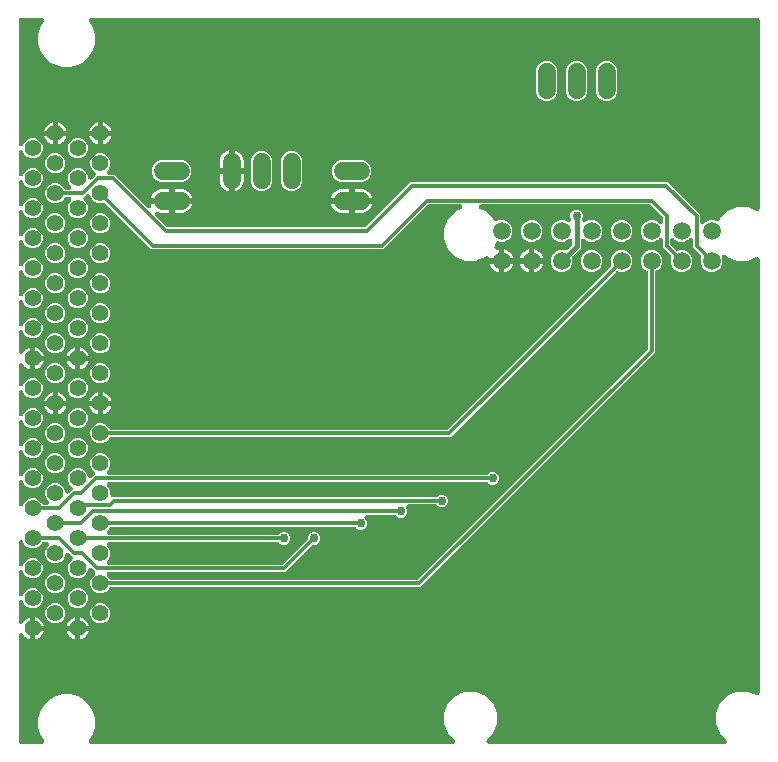
<source format=gbr>
G04 EAGLE Gerber RS-274X export*
G75*
%MOMM*%
%FSLAX34Y34*%
%LPD*%
%INBottom Copper*%
%IPPOS*%
%AMOC8*
5,1,8,0,0,1.08239X$1,22.5*%
G01*
%ADD10C,1.508000*%
%ADD11C,1.408000*%
%ADD12C,1.524000*%
%ADD13C,0.756400*%
%ADD14C,0.406400*%
%ADD15C,0.304800*%

G36*
X29800Y10175D02*
X29800Y10175D01*
X29946Y10182D01*
X29999Y10195D01*
X30055Y10201D01*
X30194Y10244D01*
X30336Y10279D01*
X30386Y10302D01*
X30440Y10319D01*
X30568Y10388D01*
X30700Y10451D01*
X30745Y10484D01*
X30794Y10511D01*
X30906Y10604D01*
X31023Y10691D01*
X31060Y10733D01*
X31103Y10768D01*
X31194Y10882D01*
X31292Y10991D01*
X31320Y11039D01*
X31355Y11082D01*
X31422Y11212D01*
X31497Y11338D01*
X31515Y11390D01*
X31541Y11439D01*
X31581Y11580D01*
X31629Y11718D01*
X31637Y11773D01*
X31652Y11826D01*
X31664Y11972D01*
X31684Y12117D01*
X31680Y12172D01*
X31685Y12228D01*
X31668Y12373D01*
X31659Y12519D01*
X31645Y12572D01*
X31638Y12627D01*
X31593Y12766D01*
X31555Y12908D01*
X31528Y12965D01*
X31513Y13010D01*
X31472Y13083D01*
X31413Y13208D01*
X28286Y18624D01*
X26639Y24769D01*
X26639Y31131D01*
X28286Y37276D01*
X31467Y42785D01*
X35965Y47283D01*
X41474Y50464D01*
X47619Y52111D01*
X53981Y52111D01*
X60126Y50464D01*
X65635Y47283D01*
X70133Y42785D01*
X73314Y37276D01*
X74961Y31131D01*
X74961Y24769D01*
X73314Y18624D01*
X70187Y13208D01*
X70127Y13074D01*
X70059Y12945D01*
X70044Y12891D01*
X70021Y12841D01*
X69988Y12698D01*
X69948Y12558D01*
X69943Y12502D01*
X69931Y12448D01*
X69927Y12302D01*
X69915Y12156D01*
X69922Y12101D01*
X69920Y12046D01*
X69945Y11901D01*
X69962Y11757D01*
X69979Y11704D01*
X69989Y11649D01*
X70041Y11513D01*
X70087Y11374D01*
X70114Y11325D01*
X70134Y11274D01*
X70213Y11151D01*
X70285Y11023D01*
X70321Y10981D01*
X70351Y10934D01*
X70452Y10829D01*
X70548Y10718D01*
X70592Y10684D01*
X70630Y10644D01*
X70751Y10561D01*
X70866Y10472D01*
X70916Y10447D01*
X70961Y10415D01*
X71096Y10357D01*
X71226Y10292D01*
X71280Y10278D01*
X71331Y10256D01*
X71474Y10226D01*
X71615Y10188D01*
X71678Y10183D01*
X71725Y10173D01*
X71809Y10172D01*
X71946Y10161D01*
X377688Y10161D01*
X377697Y10162D01*
X377706Y10161D01*
X377898Y10182D01*
X378089Y10201D01*
X378097Y10203D01*
X378106Y10204D01*
X378289Y10262D01*
X378474Y10319D01*
X378482Y10323D01*
X378490Y10326D01*
X378659Y10419D01*
X378828Y10511D01*
X378835Y10516D01*
X378843Y10521D01*
X378989Y10644D01*
X379137Y10768D01*
X379143Y10775D01*
X379150Y10781D01*
X379269Y10932D01*
X379389Y11082D01*
X379394Y11090D01*
X379399Y11097D01*
X379487Y11270D01*
X379575Y11439D01*
X379577Y11448D01*
X379581Y11456D01*
X379633Y11642D01*
X379686Y11826D01*
X379687Y11835D01*
X379689Y11844D01*
X379704Y12037D01*
X379719Y12228D01*
X379718Y12236D01*
X379719Y12245D01*
X379695Y12438D01*
X379672Y12627D01*
X379670Y12636D01*
X379668Y12645D01*
X379607Y12828D01*
X379547Y13010D01*
X379543Y13018D01*
X379540Y13026D01*
X379444Y13193D01*
X379350Y13361D01*
X379344Y13368D01*
X379339Y13375D01*
X379125Y13628D01*
X373789Y18964D01*
X370339Y27292D01*
X370339Y36308D01*
X373789Y44636D01*
X380164Y51011D01*
X384906Y52975D01*
X388492Y54461D01*
X397508Y54461D01*
X405836Y51011D01*
X412211Y44636D01*
X415661Y36308D01*
X415661Y27292D01*
X412211Y18964D01*
X406875Y13628D01*
X406870Y13621D01*
X406863Y13616D01*
X406743Y13466D01*
X406620Y13317D01*
X406616Y13309D01*
X406611Y13302D01*
X406522Y13132D01*
X406432Y12961D01*
X406429Y12952D01*
X406425Y12945D01*
X406372Y12760D01*
X406317Y12575D01*
X406316Y12566D01*
X406314Y12558D01*
X406298Y12366D01*
X406281Y12174D01*
X406281Y12165D01*
X406281Y12156D01*
X406303Y11967D01*
X406324Y11774D01*
X406327Y11765D01*
X406328Y11757D01*
X406387Y11575D01*
X406445Y11390D01*
X406450Y11382D01*
X406453Y11374D01*
X406548Y11205D01*
X406640Y11038D01*
X406646Y11031D01*
X406650Y11023D01*
X406776Y10877D01*
X406901Y10731D01*
X406908Y10725D01*
X406914Y10718D01*
X407065Y10601D01*
X407217Y10481D01*
X407225Y10477D01*
X407232Y10472D01*
X407404Y10386D01*
X407576Y10299D01*
X407584Y10296D01*
X407592Y10292D01*
X407779Y10242D01*
X407963Y10191D01*
X407972Y10190D01*
X407981Y10188D01*
X408312Y10161D01*
X607688Y10161D01*
X607697Y10162D01*
X607706Y10161D01*
X607898Y10182D01*
X608089Y10201D01*
X608097Y10203D01*
X608106Y10204D01*
X608289Y10262D01*
X608474Y10319D01*
X608482Y10323D01*
X608490Y10326D01*
X608659Y10419D01*
X608828Y10511D01*
X608835Y10516D01*
X608843Y10521D01*
X608989Y10644D01*
X609137Y10768D01*
X609143Y10775D01*
X609150Y10781D01*
X609269Y10932D01*
X609389Y11082D01*
X609394Y11090D01*
X609399Y11097D01*
X609487Y11270D01*
X609575Y11439D01*
X609577Y11448D01*
X609581Y11456D01*
X609633Y11642D01*
X609686Y11826D01*
X609687Y11835D01*
X609689Y11844D01*
X609704Y12037D01*
X609719Y12228D01*
X609718Y12236D01*
X609719Y12245D01*
X609695Y12438D01*
X609672Y12627D01*
X609670Y12636D01*
X609668Y12645D01*
X609607Y12828D01*
X609547Y13010D01*
X609543Y13018D01*
X609540Y13026D01*
X609444Y13193D01*
X609350Y13361D01*
X609344Y13368D01*
X609339Y13375D01*
X609125Y13628D01*
X603789Y18964D01*
X600339Y27292D01*
X600339Y36308D01*
X603789Y44636D01*
X610164Y51011D01*
X614906Y52975D01*
X618492Y54461D01*
X627508Y54461D01*
X634731Y51469D01*
X634744Y51465D01*
X634755Y51459D01*
X634936Y51407D01*
X635116Y51352D01*
X635129Y51351D01*
X635142Y51347D01*
X635330Y51332D01*
X635517Y51314D01*
X635530Y51316D01*
X635544Y51314D01*
X635731Y51336D01*
X635917Y51356D01*
X635930Y51360D01*
X635943Y51361D01*
X636123Y51420D01*
X636302Y51476D01*
X636313Y51482D01*
X636326Y51486D01*
X636491Y51579D01*
X636655Y51669D01*
X636665Y51678D01*
X636677Y51684D01*
X636819Y51807D01*
X636963Y51928D01*
X636971Y51939D01*
X636982Y51947D01*
X637097Y52096D01*
X637214Y52243D01*
X637220Y52255D01*
X637228Y52265D01*
X637312Y52434D01*
X637398Y52601D01*
X637402Y52614D01*
X637408Y52626D01*
X637457Y52809D01*
X637508Y52988D01*
X637509Y53002D01*
X637512Y53015D01*
X637539Y53345D01*
X637539Y420255D01*
X637538Y420268D01*
X637539Y420281D01*
X637518Y420467D01*
X637499Y420655D01*
X637495Y420668D01*
X637494Y420681D01*
X637436Y420860D01*
X637381Y421040D01*
X637375Y421052D01*
X637371Y421065D01*
X637279Y421229D01*
X637189Y421394D01*
X637181Y421404D01*
X637174Y421416D01*
X637052Y421559D01*
X636932Y421703D01*
X636921Y421712D01*
X636913Y421722D01*
X636764Y421838D01*
X636618Y421956D01*
X636606Y421962D01*
X636596Y421970D01*
X636427Y422055D01*
X636261Y422141D01*
X636248Y422145D01*
X636236Y422151D01*
X636054Y422201D01*
X635874Y422253D01*
X635860Y422254D01*
X635847Y422257D01*
X635659Y422270D01*
X635472Y422286D01*
X635459Y422284D01*
X635446Y422285D01*
X635258Y422260D01*
X635073Y422239D01*
X635060Y422234D01*
X635047Y422233D01*
X634731Y422131D01*
X627508Y419139D01*
X618492Y419139D01*
X610164Y422589D01*
X609024Y423729D01*
X609021Y423731D01*
X609018Y423735D01*
X608862Y423861D01*
X608713Y423984D01*
X608709Y423986D01*
X608705Y423989D01*
X608528Y424082D01*
X608357Y424172D01*
X608353Y424174D01*
X608349Y424176D01*
X608159Y424231D01*
X607971Y424287D01*
X607967Y424288D01*
X607962Y424289D01*
X607770Y424305D01*
X607570Y424324D01*
X607566Y424323D01*
X607561Y424323D01*
X607371Y424302D01*
X607170Y424280D01*
X607165Y424279D01*
X607161Y424278D01*
X606975Y424218D01*
X606786Y424159D01*
X606782Y424157D01*
X606778Y424155D01*
X606607Y424060D01*
X606434Y423964D01*
X606430Y423961D01*
X606426Y423959D01*
X606278Y423832D01*
X606127Y423703D01*
X606124Y423700D01*
X606120Y423697D01*
X606000Y423543D01*
X605877Y423387D01*
X605875Y423383D01*
X605872Y423380D01*
X605785Y423206D01*
X605695Y423029D01*
X605693Y423024D01*
X605691Y423020D01*
X605640Y422831D01*
X605587Y422641D01*
X605586Y422636D01*
X605585Y422632D01*
X605572Y422436D01*
X605557Y422239D01*
X605558Y422235D01*
X605558Y422230D01*
X605583Y422034D01*
X605608Y421840D01*
X605609Y421835D01*
X605610Y421831D01*
X605711Y421515D01*
X605965Y420903D01*
X605965Y417297D01*
X604585Y413965D01*
X602035Y411415D01*
X598703Y410035D01*
X595097Y410035D01*
X591765Y411415D01*
X589215Y413965D01*
X587835Y417297D01*
X587835Y420903D01*
X588180Y421735D01*
X588183Y421744D01*
X588187Y421752D01*
X588190Y421764D01*
X588197Y421776D01*
X588245Y421949D01*
X588296Y422121D01*
X588298Y422143D01*
X588305Y422164D01*
X588318Y422344D01*
X588335Y422521D01*
X588332Y422543D01*
X588334Y422566D01*
X588311Y422744D01*
X588293Y422922D01*
X588286Y422943D01*
X588283Y422965D01*
X588227Y423135D01*
X588173Y423306D01*
X588162Y423326D01*
X588155Y423347D01*
X588066Y423502D01*
X587980Y423659D01*
X587966Y423676D01*
X587954Y423696D01*
X587740Y423949D01*
X583532Y428156D01*
X581151Y430537D01*
X581151Y436428D01*
X581150Y436437D01*
X581151Y436446D01*
X581130Y436638D01*
X581111Y436829D01*
X581109Y436837D01*
X581108Y436846D01*
X581050Y437028D01*
X580993Y437213D01*
X580989Y437221D01*
X580986Y437230D01*
X580893Y437398D01*
X580801Y437567D01*
X580796Y437574D01*
X580791Y437582D01*
X580666Y437730D01*
X580544Y437877D01*
X580537Y437882D01*
X580531Y437889D01*
X580380Y438008D01*
X580230Y438129D01*
X580222Y438133D01*
X580215Y438139D01*
X580044Y438226D01*
X579873Y438315D01*
X579864Y438317D01*
X579856Y438321D01*
X579670Y438373D01*
X579486Y438426D01*
X579477Y438427D01*
X579468Y438429D01*
X579276Y438443D01*
X579084Y438459D01*
X579076Y438458D01*
X579067Y438458D01*
X578874Y438434D01*
X578685Y438412D01*
X578676Y438409D01*
X578667Y438408D01*
X578484Y438347D01*
X578302Y438287D01*
X578294Y438283D01*
X578286Y438280D01*
X578120Y438184D01*
X577951Y438089D01*
X577944Y438083D01*
X577937Y438079D01*
X577684Y437864D01*
X576635Y436815D01*
X576031Y436565D01*
X573303Y435435D01*
X569697Y435435D01*
X566365Y436815D01*
X565316Y437864D01*
X565309Y437870D01*
X565304Y437877D01*
X565153Y437998D01*
X565005Y438119D01*
X564997Y438123D01*
X564990Y438129D01*
X564820Y438218D01*
X564649Y438308D01*
X564640Y438310D01*
X564633Y438315D01*
X564448Y438368D01*
X564263Y438423D01*
X564254Y438424D01*
X564246Y438426D01*
X564055Y438442D01*
X563862Y438459D01*
X563853Y438458D01*
X563844Y438459D01*
X563655Y438437D01*
X563462Y438416D01*
X563453Y438413D01*
X563445Y438412D01*
X563263Y438353D01*
X563078Y438294D01*
X563070Y438290D01*
X563062Y438287D01*
X562895Y438193D01*
X562726Y438099D01*
X562719Y438094D01*
X562711Y438089D01*
X562566Y437964D01*
X562419Y437839D01*
X562413Y437832D01*
X562406Y437826D01*
X562290Y437676D01*
X562169Y437523D01*
X562165Y437515D01*
X562160Y437508D01*
X562075Y437337D01*
X561987Y437164D01*
X561984Y437155D01*
X561980Y437147D01*
X561931Y436962D01*
X561879Y436776D01*
X561878Y436767D01*
X561876Y436759D01*
X561849Y436428D01*
X561849Y433904D01*
X561851Y433878D01*
X561849Y433851D01*
X561871Y433677D01*
X561889Y433504D01*
X561896Y433478D01*
X561900Y433451D01*
X561955Y433286D01*
X562007Y433119D01*
X562020Y433095D01*
X562028Y433070D01*
X562115Y432918D01*
X562199Y432765D01*
X562216Y432744D01*
X562229Y432721D01*
X562444Y432468D01*
X566651Y428260D01*
X566668Y428246D01*
X566683Y428229D01*
X566824Y428119D01*
X566963Y428005D01*
X566982Y427995D01*
X567000Y427981D01*
X567160Y427901D01*
X567318Y427817D01*
X567340Y427810D01*
X567360Y427800D01*
X567533Y427753D01*
X567704Y427702D01*
X567727Y427700D01*
X567748Y427694D01*
X567926Y427682D01*
X568105Y427665D01*
X568128Y427668D01*
X568150Y427666D01*
X568326Y427689D01*
X568506Y427709D01*
X568527Y427716D01*
X568549Y427719D01*
X568865Y427820D01*
X569697Y428165D01*
X573303Y428165D01*
X576635Y426785D01*
X579185Y424235D01*
X580565Y420903D01*
X580565Y417297D01*
X579185Y413965D01*
X576635Y411415D01*
X573303Y410035D01*
X569697Y410035D01*
X566365Y411415D01*
X563815Y413965D01*
X562435Y417297D01*
X562435Y420903D01*
X562780Y421735D01*
X562783Y421744D01*
X562787Y421752D01*
X562790Y421764D01*
X562797Y421776D01*
X562845Y421949D01*
X562896Y422121D01*
X562898Y422143D01*
X562905Y422164D01*
X562918Y422344D01*
X562935Y422521D01*
X562932Y422543D01*
X562934Y422566D01*
X562911Y422744D01*
X562893Y422922D01*
X562886Y422943D01*
X562883Y422965D01*
X562827Y423135D01*
X562773Y423306D01*
X562762Y423326D01*
X562755Y423347D01*
X562666Y423502D01*
X562580Y423659D01*
X562566Y423676D01*
X562554Y423696D01*
X562340Y423949D01*
X558132Y428156D01*
X555751Y430537D01*
X555751Y436428D01*
X555750Y436437D01*
X555751Y436446D01*
X555730Y436638D01*
X555711Y436829D01*
X555709Y436837D01*
X555708Y436846D01*
X555650Y437028D01*
X555593Y437213D01*
X555589Y437221D01*
X555586Y437230D01*
X555493Y437398D01*
X555401Y437567D01*
X555396Y437574D01*
X555391Y437582D01*
X555266Y437730D01*
X555144Y437877D01*
X555137Y437882D01*
X555131Y437889D01*
X554980Y438008D01*
X554830Y438129D01*
X554822Y438133D01*
X554815Y438139D01*
X554644Y438226D01*
X554473Y438315D01*
X554464Y438317D01*
X554456Y438321D01*
X554270Y438373D01*
X554086Y438426D01*
X554077Y438427D01*
X554068Y438429D01*
X553876Y438443D01*
X553684Y438459D01*
X553676Y438458D01*
X553667Y438458D01*
X553474Y438434D01*
X553285Y438412D01*
X553276Y438409D01*
X553267Y438408D01*
X553084Y438347D01*
X552902Y438287D01*
X552894Y438283D01*
X552886Y438280D01*
X552720Y438184D01*
X552551Y438089D01*
X552544Y438083D01*
X552537Y438079D01*
X552284Y437864D01*
X551235Y436815D01*
X550631Y436565D01*
X547903Y435435D01*
X544297Y435435D01*
X540965Y436815D01*
X538415Y439365D01*
X537035Y442697D01*
X537035Y446303D01*
X538415Y449635D01*
X540965Y452185D01*
X543250Y453131D01*
X544297Y453565D01*
X547903Y453565D01*
X551235Y452185D01*
X552284Y451136D01*
X552291Y451130D01*
X552296Y451123D01*
X552447Y451002D01*
X552595Y450881D01*
X552603Y450877D01*
X552610Y450871D01*
X552780Y450782D01*
X552951Y450692D01*
X552960Y450690D01*
X552967Y450685D01*
X553152Y450632D01*
X553337Y450577D01*
X553346Y450576D01*
X553354Y450574D01*
X553545Y450558D01*
X553738Y450541D01*
X553747Y450542D01*
X553756Y450541D01*
X553945Y450563D01*
X554138Y450584D01*
X554147Y450587D01*
X554155Y450588D01*
X554337Y450647D01*
X554522Y450706D01*
X554530Y450710D01*
X554538Y450713D01*
X554705Y450807D01*
X554874Y450901D01*
X554881Y450906D01*
X554889Y450911D01*
X555034Y451036D01*
X555181Y451161D01*
X555187Y451168D01*
X555194Y451174D01*
X555310Y451324D01*
X555431Y451477D01*
X555435Y451485D01*
X555440Y451492D01*
X555525Y451663D01*
X555613Y451836D01*
X555616Y451845D01*
X555620Y451853D01*
X555669Y452038D01*
X555721Y452224D01*
X555722Y452233D01*
X555724Y452241D01*
X555751Y452572D01*
X555751Y455096D01*
X555749Y455122D01*
X555751Y455149D01*
X555729Y455323D01*
X555711Y455496D01*
X555704Y455522D01*
X555700Y455549D01*
X555645Y455714D01*
X555593Y455881D01*
X555580Y455905D01*
X555572Y455930D01*
X555485Y456082D01*
X555401Y456235D01*
X555384Y456256D01*
X555371Y456279D01*
X555156Y456532D01*
X545432Y466256D01*
X545411Y466273D01*
X545394Y466294D01*
X545256Y466401D01*
X545121Y466511D01*
X545097Y466524D01*
X545076Y466540D01*
X544919Y466618D01*
X544765Y466700D01*
X544739Y466708D01*
X544715Y466720D01*
X544546Y466765D01*
X544379Y466815D01*
X544352Y466817D01*
X544327Y466824D01*
X543996Y466851D01*
X401948Y466851D01*
X401943Y466851D01*
X401939Y466851D01*
X401745Y466831D01*
X401547Y466811D01*
X401543Y466810D01*
X401539Y466810D01*
X401353Y466752D01*
X401162Y466693D01*
X401158Y466691D01*
X401154Y466690D01*
X400983Y466596D01*
X400808Y466501D01*
X400805Y466499D01*
X400801Y466496D01*
X400650Y466369D01*
X400499Y466244D01*
X400496Y466240D01*
X400493Y466237D01*
X400370Y466083D01*
X400247Y465930D01*
X400245Y465926D01*
X400242Y465923D01*
X400152Y465748D01*
X400061Y465573D01*
X400060Y465568D01*
X400058Y465564D01*
X400004Y465375D01*
X399950Y465186D01*
X399950Y465181D01*
X399948Y465177D01*
X399933Y464984D01*
X399917Y464784D01*
X399918Y464780D01*
X399917Y464776D01*
X399941Y464583D01*
X399964Y464385D01*
X399965Y464380D01*
X399966Y464376D01*
X400026Y464193D01*
X400089Y464002D01*
X400091Y463998D01*
X400092Y463994D01*
X400189Y463824D01*
X400287Y463651D01*
X400290Y463648D01*
X400292Y463644D01*
X400423Y463494D01*
X400550Y463347D01*
X400553Y463344D01*
X400556Y463340D01*
X400714Y463219D01*
X400868Y463100D01*
X400872Y463098D01*
X400876Y463095D01*
X401171Y462943D01*
X405836Y461011D01*
X412211Y454636D01*
X412557Y453800D01*
X412566Y453784D01*
X412571Y453767D01*
X412661Y453607D01*
X412747Y453445D01*
X412759Y453431D01*
X412767Y453416D01*
X412887Y453277D01*
X413004Y453135D01*
X413018Y453124D01*
X413029Y453110D01*
X413174Y452997D01*
X413316Y452881D01*
X413332Y452873D01*
X413346Y452862D01*
X413511Y452779D01*
X413673Y452694D01*
X413690Y452689D01*
X413706Y452681D01*
X413883Y452633D01*
X414059Y452581D01*
X414077Y452579D01*
X414094Y452575D01*
X414278Y452562D01*
X414460Y452546D01*
X414478Y452548D01*
X414496Y452547D01*
X414680Y452571D01*
X414861Y452592D01*
X414877Y452597D01*
X414895Y452599D01*
X415211Y452701D01*
X417297Y453565D01*
X420903Y453565D01*
X424235Y452185D01*
X426785Y449635D01*
X428165Y446303D01*
X428165Y442697D01*
X426785Y439365D01*
X424235Y436815D01*
X423631Y436565D01*
X420903Y435435D01*
X417297Y435435D01*
X417120Y435508D01*
X417103Y435514D01*
X417087Y435522D01*
X416911Y435572D01*
X416735Y435625D01*
X416717Y435627D01*
X416700Y435631D01*
X416517Y435646D01*
X416334Y435663D01*
X416316Y435661D01*
X416299Y435663D01*
X416117Y435640D01*
X415934Y435621D01*
X415917Y435616D01*
X415899Y435614D01*
X415724Y435556D01*
X415549Y435502D01*
X415534Y435493D01*
X415517Y435487D01*
X415357Y435396D01*
X415196Y435308D01*
X415182Y435297D01*
X415167Y435288D01*
X415029Y435167D01*
X414888Y435049D01*
X414877Y435035D01*
X414863Y435023D01*
X414751Y434878D01*
X414637Y434734D01*
X414629Y434718D01*
X414618Y434704D01*
X414466Y434409D01*
X413178Y431298D01*
X413140Y431173D01*
X413093Y431051D01*
X413082Y430981D01*
X413061Y430913D01*
X413049Y430782D01*
X413027Y430654D01*
X413030Y430583D01*
X413023Y430512D01*
X413037Y430382D01*
X413041Y430251D01*
X413057Y430182D01*
X413065Y430111D01*
X413104Y429986D01*
X413134Y429859D01*
X413164Y429795D01*
X413185Y429727D01*
X413247Y429612D01*
X413302Y429494D01*
X413344Y429436D01*
X413378Y429374D01*
X413462Y429274D01*
X413539Y429168D01*
X413591Y429120D01*
X413637Y429066D01*
X413739Y428984D01*
X413836Y428896D01*
X413896Y428859D01*
X413952Y428815D01*
X414068Y428755D01*
X414180Y428687D01*
X414247Y428663D01*
X414310Y428631D01*
X414436Y428595D01*
X414559Y428551D01*
X414629Y428540D01*
X414697Y428521D01*
X414828Y428511D01*
X414957Y428492D01*
X415028Y428496D01*
X415099Y428490D01*
X415228Y428506D01*
X415359Y428513D01*
X415439Y428531D01*
X415498Y428539D01*
X415571Y428563D01*
X415682Y428589D01*
X416601Y428887D01*
X416601Y421599D01*
X409081Y421599D01*
X409059Y421663D01*
X409008Y421824D01*
X408992Y421853D01*
X408980Y421884D01*
X408894Y422029D01*
X408813Y422176D01*
X408791Y422201D01*
X408774Y422230D01*
X408661Y422355D01*
X408552Y422483D01*
X408526Y422504D01*
X408504Y422528D01*
X408369Y422628D01*
X408236Y422732D01*
X408207Y422748D01*
X408180Y422767D01*
X408028Y422839D01*
X407878Y422915D01*
X407845Y422924D01*
X407815Y422938D01*
X407652Y422978D01*
X407490Y423023D01*
X407456Y423025D01*
X407424Y423033D01*
X407256Y423040D01*
X407088Y423052D01*
X407055Y423048D01*
X407022Y423049D01*
X406856Y423023D01*
X406689Y423002D01*
X406657Y422991D01*
X406624Y422986D01*
X406467Y422927D01*
X406307Y422874D01*
X406278Y422857D01*
X406247Y422845D01*
X406104Y422757D01*
X405958Y422673D01*
X405930Y422649D01*
X405905Y422633D01*
X405875Y422605D01*
X405250Y422346D01*
X400347Y420315D01*
X400346Y420315D01*
X397508Y419139D01*
X388492Y419139D01*
X380164Y422589D01*
X373789Y428964D01*
X370339Y437292D01*
X370339Y446308D01*
X373789Y454636D01*
X380164Y461011D01*
X384829Y462943D01*
X384833Y462945D01*
X384838Y462947D01*
X385010Y463040D01*
X385184Y463134D01*
X385188Y463136D01*
X385192Y463139D01*
X385339Y463261D01*
X385495Y463390D01*
X385497Y463393D01*
X385501Y463396D01*
X385624Y463549D01*
X385748Y463703D01*
X385750Y463707D01*
X385753Y463710D01*
X385841Y463880D01*
X385935Y464059D01*
X385937Y464063D01*
X385939Y464067D01*
X385992Y464253D01*
X386048Y464446D01*
X386049Y464450D01*
X386050Y464454D01*
X386066Y464652D01*
X386083Y464847D01*
X386083Y464851D01*
X386083Y464856D01*
X386060Y465052D01*
X386038Y465247D01*
X386037Y465251D01*
X386036Y465255D01*
X385974Y465444D01*
X385915Y465630D01*
X385913Y465634D01*
X385911Y465638D01*
X385814Y465811D01*
X385718Y465982D01*
X385716Y465985D01*
X385713Y465989D01*
X385585Y466138D01*
X385457Y466287D01*
X385453Y466290D01*
X385450Y466294D01*
X385298Y466411D01*
X385140Y466536D01*
X385136Y466538D01*
X385132Y466540D01*
X384956Y466628D01*
X384780Y466716D01*
X384776Y466718D01*
X384772Y466720D01*
X384579Y466771D01*
X384391Y466823D01*
X384387Y466823D01*
X384383Y466824D01*
X384052Y466851D01*
X357704Y466851D01*
X357678Y466849D01*
X357651Y466851D01*
X357477Y466829D01*
X357304Y466811D01*
X357278Y466804D01*
X357251Y466800D01*
X357086Y466745D01*
X356919Y466693D01*
X356895Y466680D01*
X356870Y466672D01*
X356718Y466585D01*
X356565Y466501D01*
X356544Y466484D01*
X356521Y466471D01*
X356268Y466256D01*
X318763Y428751D01*
X122617Y428751D01*
X120236Y431132D01*
X83896Y467472D01*
X83879Y467486D01*
X83864Y467503D01*
X83723Y467614D01*
X83585Y467727D01*
X83565Y467738D01*
X83547Y467752D01*
X83386Y467833D01*
X83229Y467916D01*
X83208Y467922D01*
X83188Y467932D01*
X83015Y467980D01*
X82843Y468031D01*
X82821Y468033D01*
X82799Y468039D01*
X82621Y468051D01*
X82442Y468067D01*
X82420Y468065D01*
X82398Y468066D01*
X82221Y468043D01*
X82042Y468024D01*
X82020Y468017D01*
X81998Y468014D01*
X81682Y467913D01*
X81134Y467685D01*
X77726Y467685D01*
X74578Y468989D01*
X72169Y471398D01*
X70910Y474439D01*
X70903Y474451D01*
X70899Y474464D01*
X70808Y474628D01*
X70719Y474794D01*
X70711Y474805D01*
X70704Y474816D01*
X70584Y474958D01*
X70463Y475105D01*
X70453Y475113D01*
X70444Y475123D01*
X70296Y475240D01*
X70150Y475358D01*
X70138Y475365D01*
X70128Y475373D01*
X69960Y475459D01*
X69794Y475545D01*
X69781Y475549D01*
X69769Y475555D01*
X69587Y475606D01*
X69407Y475659D01*
X69394Y475660D01*
X69381Y475663D01*
X69192Y475677D01*
X69006Y475693D01*
X68993Y475692D01*
X68980Y475693D01*
X68791Y475669D01*
X68606Y475648D01*
X68594Y475644D01*
X68580Y475642D01*
X68402Y475582D01*
X68223Y475525D01*
X68211Y475518D01*
X68198Y475514D01*
X68035Y475420D01*
X67871Y475329D01*
X67861Y475320D01*
X67850Y475313D01*
X67597Y475098D01*
X65682Y473183D01*
X65670Y473170D01*
X65657Y473158D01*
X65543Y473014D01*
X65427Y472872D01*
X65418Y472856D01*
X65407Y472842D01*
X65324Y472678D01*
X65238Y472516D01*
X65233Y472499D01*
X65225Y472483D01*
X65175Y472306D01*
X65123Y472130D01*
X65121Y472113D01*
X65117Y472095D01*
X65103Y471912D01*
X65087Y471729D01*
X65089Y471712D01*
X65087Y471694D01*
X65110Y471512D01*
X65130Y471329D01*
X65136Y471312D01*
X65138Y471294D01*
X65196Y471121D01*
X65252Y470945D01*
X65260Y470930D01*
X65266Y470913D01*
X65358Y470753D01*
X65446Y470593D01*
X65458Y470579D01*
X65467Y470564D01*
X65682Y470311D01*
X67591Y468402D01*
X68895Y465254D01*
X68895Y461846D01*
X67591Y458698D01*
X65182Y456289D01*
X62034Y454985D01*
X58626Y454985D01*
X55478Y456289D01*
X53069Y458698D01*
X51765Y461846D01*
X51765Y465254D01*
X53069Y468402D01*
X54401Y469734D01*
X54407Y469741D01*
X54414Y469746D01*
X54535Y469897D01*
X54656Y470045D01*
X54661Y470053D01*
X54666Y470060D01*
X54755Y470230D01*
X54845Y470401D01*
X54848Y470410D01*
X54852Y470417D01*
X54905Y470602D01*
X54960Y470787D01*
X54961Y470796D01*
X54963Y470804D01*
X54979Y470995D01*
X54996Y471188D01*
X54995Y471197D01*
X54996Y471206D01*
X54974Y471395D01*
X54953Y471588D01*
X54950Y471597D01*
X54949Y471605D01*
X54890Y471787D01*
X54831Y471972D01*
X54827Y471980D01*
X54824Y471988D01*
X54730Y472155D01*
X54637Y472324D01*
X54631Y472331D01*
X54626Y472339D01*
X54502Y472483D01*
X54376Y472631D01*
X54369Y472637D01*
X54363Y472644D01*
X54213Y472760D01*
X54060Y472881D01*
X54052Y472885D01*
X54045Y472890D01*
X53874Y472976D01*
X53701Y473063D01*
X53693Y473066D01*
X53685Y473070D01*
X53499Y473120D01*
X53313Y473171D01*
X53304Y473172D01*
X53296Y473174D01*
X52965Y473201D01*
X50595Y473201D01*
X50573Y473199D01*
X50550Y473201D01*
X50373Y473179D01*
X50194Y473161D01*
X50173Y473155D01*
X50151Y473152D01*
X49981Y473096D01*
X49809Y473043D01*
X49790Y473033D01*
X49769Y473026D01*
X49613Y472937D01*
X49455Y472851D01*
X49438Y472837D01*
X49419Y472826D01*
X49283Y472708D01*
X49146Y472594D01*
X49132Y472576D01*
X49115Y472562D01*
X49006Y472420D01*
X48894Y472280D01*
X48883Y472260D01*
X48870Y472242D01*
X48718Y471947D01*
X48491Y471398D01*
X46082Y468989D01*
X42934Y467685D01*
X39526Y467685D01*
X36378Y468989D01*
X33969Y471398D01*
X32665Y474546D01*
X32665Y477954D01*
X33969Y481102D01*
X36378Y483511D01*
X36594Y483600D01*
X39526Y484815D01*
X42934Y484815D01*
X46082Y483511D01*
X48491Y481102D01*
X48718Y480553D01*
X48729Y480533D01*
X48736Y480512D01*
X48824Y480355D01*
X48908Y480198D01*
X48923Y480181D01*
X48934Y480161D01*
X49051Y480025D01*
X49165Y479887D01*
X49182Y479873D01*
X49197Y479856D01*
X49338Y479747D01*
X49477Y479634D01*
X49497Y479623D01*
X49515Y479610D01*
X49675Y479530D01*
X49834Y479447D01*
X49855Y479440D01*
X49875Y479430D01*
X50048Y479384D01*
X50220Y479334D01*
X50243Y479332D01*
X50264Y479326D01*
X50595Y479299D01*
X52965Y479299D01*
X52974Y479300D01*
X52983Y479299D01*
X53175Y479320D01*
X53366Y479339D01*
X53374Y479341D01*
X53383Y479342D01*
X53565Y479400D01*
X53751Y479457D01*
X53759Y479461D01*
X53767Y479464D01*
X53935Y479557D01*
X54105Y479649D01*
X54111Y479654D01*
X54119Y479659D01*
X54267Y479784D01*
X54414Y479906D01*
X54419Y479913D01*
X54426Y479919D01*
X54546Y480071D01*
X54666Y480220D01*
X54670Y480228D01*
X54676Y480235D01*
X54763Y480407D01*
X54852Y480577D01*
X54854Y480586D01*
X54858Y480594D01*
X54910Y480780D01*
X54963Y480964D01*
X54964Y480973D01*
X54966Y480982D01*
X54980Y481174D01*
X54996Y481366D01*
X54995Y481374D01*
X54996Y481383D01*
X54971Y481575D01*
X54949Y481765D01*
X54946Y481774D01*
X54945Y481783D01*
X54884Y481966D01*
X54824Y482148D01*
X54820Y482156D01*
X54817Y482164D01*
X54722Y482330D01*
X54626Y482499D01*
X54620Y482506D01*
X54616Y482513D01*
X54401Y482766D01*
X53069Y484098D01*
X51765Y487246D01*
X51765Y490654D01*
X53069Y493802D01*
X55478Y496211D01*
X58626Y497515D01*
X62034Y497515D01*
X65182Y496211D01*
X67591Y493802D01*
X68895Y490654D01*
X68895Y489924D01*
X68896Y489915D01*
X68895Y489906D01*
X68916Y489711D01*
X68935Y489523D01*
X68937Y489514D01*
X68938Y489505D01*
X68996Y489323D01*
X69053Y489138D01*
X69057Y489130D01*
X69060Y489122D01*
X69153Y488953D01*
X69245Y488784D01*
X69250Y488777D01*
X69255Y488769D01*
X69379Y488622D01*
X69502Y488475D01*
X69509Y488469D01*
X69515Y488462D01*
X69666Y488343D01*
X69816Y488222D01*
X69824Y488218D01*
X69831Y488213D01*
X70004Y488125D01*
X70173Y488037D01*
X70182Y488034D01*
X70190Y488030D01*
X70376Y487978D01*
X70560Y487925D01*
X70569Y487925D01*
X70578Y487922D01*
X70771Y487908D01*
X70962Y487893D01*
X70970Y487894D01*
X70979Y487893D01*
X71172Y487917D01*
X71361Y487939D01*
X71370Y487942D01*
X71379Y487943D01*
X71562Y488005D01*
X71744Y488064D01*
X71752Y488069D01*
X71760Y488072D01*
X71926Y488167D01*
X72095Y488262D01*
X72102Y488268D01*
X72109Y488273D01*
X72362Y488487D01*
X75035Y491160D01*
X75044Y491170D01*
X75054Y491179D01*
X75171Y491326D01*
X75290Y491472D01*
X75297Y491484D01*
X75305Y491494D01*
X75390Y491661D01*
X75479Y491827D01*
X75483Y491840D01*
X75489Y491852D01*
X75540Y492033D01*
X75594Y492213D01*
X75595Y492227D01*
X75598Y492240D01*
X75613Y492426D01*
X75630Y492614D01*
X75629Y492628D01*
X75630Y492641D01*
X75607Y492827D01*
X75587Y493014D01*
X75582Y493027D01*
X75581Y493041D01*
X75521Y493220D01*
X75465Y493398D01*
X75459Y493410D01*
X75454Y493423D01*
X75361Y493586D01*
X75270Y493751D01*
X75261Y493761D01*
X75255Y493773D01*
X75132Y493914D01*
X75010Y494058D01*
X74999Y494066D01*
X74990Y494076D01*
X74841Y494191D01*
X74694Y494307D01*
X74682Y494313D01*
X74671Y494322D01*
X74620Y494348D01*
X72169Y496798D01*
X70865Y499946D01*
X70865Y503354D01*
X72169Y506502D01*
X74578Y508911D01*
X77726Y510215D01*
X81134Y510215D01*
X84282Y508911D01*
X86691Y506502D01*
X87995Y503354D01*
X87995Y499946D01*
X86691Y496799D01*
X85287Y495394D01*
X85281Y495387D01*
X85274Y495382D01*
X85154Y495232D01*
X85032Y495083D01*
X85027Y495075D01*
X85022Y495068D01*
X84933Y494898D01*
X84843Y494727D01*
X84840Y494718D01*
X84836Y494711D01*
X84783Y494526D01*
X84728Y494341D01*
X84727Y494332D01*
X84725Y494324D01*
X84709Y494133D01*
X84692Y493940D01*
X84693Y493931D01*
X84692Y493922D01*
X84714Y493733D01*
X84735Y493540D01*
X84738Y493531D01*
X84739Y493523D01*
X84798Y493341D01*
X84857Y493156D01*
X84861Y493148D01*
X84864Y493140D01*
X84958Y492972D01*
X85051Y492804D01*
X85057Y492797D01*
X85062Y492789D01*
X85187Y492644D01*
X85312Y492497D01*
X85319Y492491D01*
X85325Y492484D01*
X85475Y492368D01*
X85628Y492247D01*
X85636Y492243D01*
X85643Y492238D01*
X85814Y492152D01*
X85987Y492065D01*
X85995Y492062D01*
X86003Y492058D01*
X86189Y492008D01*
X86375Y491957D01*
X86384Y491956D01*
X86392Y491954D01*
X86723Y491927D01*
X91505Y491927D01*
X119199Y464232D01*
X119297Y464152D01*
X119388Y464065D01*
X119452Y464025D01*
X119511Y463977D01*
X119622Y463918D01*
X119729Y463851D01*
X119800Y463824D01*
X119866Y463789D01*
X119987Y463753D01*
X120105Y463708D01*
X120180Y463695D01*
X120252Y463674D01*
X120378Y463663D01*
X120503Y463642D01*
X120578Y463644D01*
X120653Y463638D01*
X120779Y463651D01*
X120905Y463655D01*
X120978Y463673D01*
X121053Y463681D01*
X121174Y463719D01*
X121297Y463748D01*
X121365Y463780D01*
X121437Y463802D01*
X121548Y463864D01*
X121663Y463916D01*
X121724Y463961D01*
X121790Y463997D01*
X121886Y464079D01*
X121988Y464153D01*
X122039Y464209D01*
X122097Y464258D01*
X122175Y464357D01*
X122260Y464450D01*
X122299Y464514D01*
X122346Y464574D01*
X122404Y464687D01*
X122469Y464794D01*
X122494Y464865D01*
X122529Y464933D01*
X122563Y465055D01*
X122605Y465173D01*
X122616Y465248D01*
X122637Y465321D01*
X122646Y465447D01*
X122664Y465571D01*
X122660Y465647D01*
X122666Y465722D01*
X122650Y465848D01*
X122644Y465974D01*
X122623Y466059D01*
X122616Y466122D01*
X122592Y466191D01*
X122567Y466296D01*
X122221Y467361D01*
X137161Y467361D01*
X137161Y459739D01*
X131280Y459739D01*
X129701Y459989D01*
X128476Y460387D01*
X128353Y460414D01*
X128232Y460450D01*
X128157Y460457D01*
X128083Y460473D01*
X127957Y460475D01*
X127831Y460487D01*
X127756Y460478D01*
X127681Y460480D01*
X127556Y460457D01*
X127431Y460443D01*
X127359Y460420D01*
X127285Y460407D01*
X127167Y460360D01*
X127047Y460322D01*
X126981Y460285D01*
X126911Y460257D01*
X126805Y460188D01*
X126695Y460127D01*
X126637Y460078D01*
X126574Y460037D01*
X126484Y459948D01*
X126388Y459866D01*
X126341Y459807D01*
X126287Y459754D01*
X126216Y459650D01*
X126138Y459550D01*
X126104Y459483D01*
X126062Y459421D01*
X126013Y459304D01*
X125956Y459192D01*
X125935Y459119D01*
X125906Y459049D01*
X125882Y458926D01*
X125848Y458804D01*
X125842Y458728D01*
X125827Y458654D01*
X125827Y458528D01*
X125818Y458402D01*
X125828Y458327D01*
X125828Y458252D01*
X125853Y458128D01*
X125869Y458003D01*
X125893Y457931D01*
X125908Y457857D01*
X125957Y457741D01*
X125997Y457621D01*
X126034Y457556D01*
X126064Y457486D01*
X126135Y457382D01*
X126198Y457272D01*
X126255Y457205D01*
X126290Y457153D01*
X126342Y457102D01*
X126412Y457019D01*
X135288Y448144D01*
X135309Y448127D01*
X135326Y448106D01*
X135464Y447999D01*
X135599Y447889D01*
X135623Y447876D01*
X135644Y447860D01*
X135801Y447782D01*
X135955Y447700D01*
X135981Y447692D01*
X136005Y447680D01*
X136174Y447635D01*
X136341Y447585D01*
X136368Y447583D01*
X136393Y447576D01*
X136724Y447549D01*
X302696Y447549D01*
X302722Y447551D01*
X302749Y447549D01*
X302923Y447571D01*
X303096Y447589D01*
X303122Y447596D01*
X303149Y447600D01*
X303314Y447655D01*
X303481Y447707D01*
X303505Y447720D01*
X303530Y447728D01*
X303682Y447815D01*
X303835Y447899D01*
X303856Y447916D01*
X303879Y447929D01*
X304132Y448144D01*
X341637Y485649D01*
X559797Y485649D01*
X587249Y458197D01*
X587249Y452572D01*
X587250Y452563D01*
X587249Y452554D01*
X587270Y452362D01*
X587289Y452171D01*
X587291Y452163D01*
X587292Y452154D01*
X587350Y451972D01*
X587407Y451787D01*
X587411Y451779D01*
X587414Y451770D01*
X587507Y451602D01*
X587599Y451433D01*
X587604Y451426D01*
X587609Y451418D01*
X587734Y451270D01*
X587856Y451123D01*
X587863Y451118D01*
X587869Y451111D01*
X588020Y450992D01*
X588170Y450871D01*
X588178Y450867D01*
X588185Y450861D01*
X588356Y450774D01*
X588527Y450685D01*
X588536Y450683D01*
X588544Y450679D01*
X588730Y450627D01*
X588914Y450574D01*
X588923Y450573D01*
X588932Y450571D01*
X589124Y450557D01*
X589316Y450541D01*
X589324Y450542D01*
X589333Y450542D01*
X589526Y450566D01*
X589715Y450588D01*
X589724Y450591D01*
X589733Y450592D01*
X589916Y450653D01*
X590098Y450713D01*
X590106Y450717D01*
X590114Y450720D01*
X590280Y450816D01*
X590449Y450911D01*
X590456Y450917D01*
X590463Y450921D01*
X590716Y451136D01*
X591765Y452185D01*
X594050Y453131D01*
X595097Y453565D01*
X598703Y453565D01*
X600789Y452701D01*
X600806Y452696D01*
X600822Y452687D01*
X600998Y452638D01*
X601174Y452584D01*
X601192Y452583D01*
X601209Y452578D01*
X601392Y452564D01*
X601575Y452546D01*
X601593Y452548D01*
X601611Y452547D01*
X601793Y452569D01*
X601976Y452588D01*
X601993Y452593D01*
X602010Y452595D01*
X602184Y452653D01*
X602360Y452708D01*
X602376Y452716D01*
X602392Y452722D01*
X602552Y452813D01*
X602713Y452901D01*
X602727Y452912D01*
X602742Y452921D01*
X602881Y453042D01*
X603021Y453160D01*
X603032Y453174D01*
X603046Y453186D01*
X603158Y453331D01*
X603272Y453475D01*
X603280Y453491D01*
X603291Y453505D01*
X603443Y453800D01*
X603789Y454636D01*
X610164Y461011D01*
X610756Y461256D01*
X618492Y464461D01*
X627508Y464461D01*
X634731Y461469D01*
X634744Y461465D01*
X634755Y461459D01*
X634936Y461407D01*
X635116Y461352D01*
X635129Y461351D01*
X635142Y461347D01*
X635330Y461332D01*
X635517Y461314D01*
X635530Y461316D01*
X635544Y461314D01*
X635731Y461336D01*
X635917Y461356D01*
X635930Y461360D01*
X635943Y461361D01*
X636123Y461420D01*
X636302Y461476D01*
X636313Y461482D01*
X636326Y461486D01*
X636491Y461579D01*
X636655Y461669D01*
X636665Y461678D01*
X636677Y461684D01*
X636819Y461807D01*
X636963Y461928D01*
X636971Y461939D01*
X636982Y461947D01*
X637097Y462096D01*
X637214Y462243D01*
X637220Y462255D01*
X637228Y462265D01*
X637312Y462434D01*
X637398Y462601D01*
X637402Y462614D01*
X637408Y462626D01*
X637457Y462809D01*
X637508Y462988D01*
X637509Y463002D01*
X637512Y463015D01*
X637539Y463345D01*
X637539Y622808D01*
X637537Y622826D01*
X637539Y622844D01*
X637518Y623026D01*
X637499Y623209D01*
X637494Y623226D01*
X637492Y623243D01*
X637435Y623418D01*
X637381Y623594D01*
X637373Y623609D01*
X637367Y623626D01*
X637277Y623786D01*
X637189Y623948D01*
X637178Y623961D01*
X637169Y623977D01*
X637049Y624116D01*
X636932Y624257D01*
X636918Y624268D01*
X636906Y624282D01*
X636761Y624394D01*
X636618Y624509D01*
X636602Y624517D01*
X636588Y624528D01*
X636423Y624610D01*
X636261Y624695D01*
X636244Y624700D01*
X636228Y624708D01*
X636049Y624755D01*
X635874Y624806D01*
X635856Y624808D01*
X635839Y624812D01*
X635508Y624839D01*
X71946Y624839D01*
X71800Y624825D01*
X71654Y624818D01*
X71601Y624805D01*
X71545Y624799D01*
X71406Y624756D01*
X71264Y624721D01*
X71214Y624698D01*
X71160Y624681D01*
X71032Y624612D01*
X70900Y624549D01*
X70855Y624516D01*
X70806Y624489D01*
X70694Y624396D01*
X70577Y624309D01*
X70540Y624267D01*
X70497Y624232D01*
X70406Y624118D01*
X70308Y624009D01*
X70280Y623961D01*
X70245Y623918D01*
X70178Y623788D01*
X70103Y623662D01*
X70085Y623610D01*
X70059Y623561D01*
X70019Y623420D01*
X69971Y623282D01*
X69963Y623227D01*
X69948Y623174D01*
X69936Y623028D01*
X69916Y622883D01*
X69920Y622828D01*
X69915Y622772D01*
X69932Y622627D01*
X69941Y622481D01*
X69955Y622428D01*
X69962Y622373D01*
X70007Y622234D01*
X70045Y622092D01*
X70072Y622035D01*
X70087Y621990D01*
X70128Y621917D01*
X70187Y621792D01*
X73314Y616376D01*
X74961Y610231D01*
X74961Y603869D01*
X73314Y597724D01*
X70133Y592215D01*
X65635Y587717D01*
X60126Y584536D01*
X53981Y582889D01*
X47619Y582889D01*
X41474Y584536D01*
X35965Y587717D01*
X31467Y592215D01*
X28286Y597724D01*
X26639Y603869D01*
X26639Y610231D01*
X28286Y616376D01*
X31413Y621792D01*
X31473Y621926D01*
X31541Y622055D01*
X31556Y622109D01*
X31579Y622159D01*
X31612Y622302D01*
X31652Y622442D01*
X31657Y622498D01*
X31669Y622552D01*
X31673Y622698D01*
X31685Y622844D01*
X31678Y622899D01*
X31680Y622954D01*
X31655Y623099D01*
X31638Y623243D01*
X31621Y623296D01*
X31611Y623351D01*
X31559Y623487D01*
X31513Y623626D01*
X31486Y623675D01*
X31466Y623726D01*
X31387Y623849D01*
X31315Y623977D01*
X31279Y624019D01*
X31249Y624066D01*
X31148Y624171D01*
X31052Y624282D01*
X31008Y624316D01*
X30970Y624356D01*
X30849Y624439D01*
X30734Y624528D01*
X30684Y624553D01*
X30639Y624585D01*
X30504Y624643D01*
X30374Y624708D01*
X30320Y624722D01*
X30269Y624744D01*
X30126Y624774D01*
X29985Y624812D01*
X29922Y624817D01*
X29875Y624827D01*
X29791Y624828D01*
X29654Y624839D01*
X12192Y624839D01*
X12174Y624837D01*
X12156Y624839D01*
X11974Y624818D01*
X11791Y624799D01*
X11774Y624794D01*
X11757Y624792D01*
X11582Y624735D01*
X11406Y624681D01*
X11391Y624673D01*
X11374Y624667D01*
X11214Y624577D01*
X11052Y624489D01*
X11039Y624478D01*
X11023Y624469D01*
X10884Y624349D01*
X10743Y624232D01*
X10732Y624218D01*
X10718Y624206D01*
X10606Y624061D01*
X10491Y623918D01*
X10483Y623902D01*
X10472Y623888D01*
X10390Y623723D01*
X10305Y623561D01*
X10300Y623544D01*
X10292Y623528D01*
X10245Y623349D01*
X10194Y623174D01*
X10192Y623156D01*
X10188Y623139D01*
X10161Y622808D01*
X10161Y518046D01*
X10161Y518042D01*
X10161Y518037D01*
X10181Y517842D01*
X10201Y517645D01*
X10202Y517641D01*
X10202Y517637D01*
X10262Y517444D01*
X10319Y517261D01*
X10321Y517257D01*
X10322Y517252D01*
X10418Y517078D01*
X10511Y516907D01*
X10513Y516903D01*
X10516Y516899D01*
X10645Y516745D01*
X10768Y516597D01*
X10772Y516594D01*
X10775Y516591D01*
X10930Y516467D01*
X11082Y516345D01*
X11086Y516343D01*
X11090Y516340D01*
X11268Y516248D01*
X11439Y516159D01*
X11444Y516158D01*
X11448Y516156D01*
X11641Y516101D01*
X11826Y516048D01*
X11831Y516048D01*
X11835Y516046D01*
X12031Y516031D01*
X12228Y516015D01*
X12232Y516016D01*
X12236Y516015D01*
X12430Y516039D01*
X12627Y516062D01*
X12632Y516063D01*
X12636Y516064D01*
X12821Y516125D01*
X13010Y516187D01*
X13014Y516189D01*
X13018Y516191D01*
X13187Y516287D01*
X13361Y516385D01*
X13364Y516388D01*
X13368Y516390D01*
X13517Y516519D01*
X13665Y516648D01*
X13668Y516651D01*
X13672Y516654D01*
X13794Y516814D01*
X13912Y516966D01*
X13914Y516970D01*
X13917Y516974D01*
X14069Y517269D01*
X14869Y519202D01*
X17278Y521611D01*
X18686Y522194D01*
X20426Y522915D01*
X23834Y522915D01*
X26982Y521611D01*
X29391Y519202D01*
X30695Y516054D01*
X30695Y512646D01*
X29391Y509498D01*
X26982Y507089D01*
X23834Y505785D01*
X20426Y505785D01*
X17278Y507089D01*
X14869Y509498D01*
X14069Y511431D01*
X14067Y511435D01*
X14065Y511439D01*
X13972Y511612D01*
X13878Y511786D01*
X13876Y511790D01*
X13873Y511793D01*
X13748Y511944D01*
X13622Y512096D01*
X13619Y512099D01*
X13616Y512103D01*
X13465Y512224D01*
X13309Y512350D01*
X13305Y512352D01*
X13302Y512355D01*
X13130Y512444D01*
X12953Y512537D01*
X12949Y512539D01*
X12945Y512541D01*
X12757Y512595D01*
X12566Y512650D01*
X12562Y512651D01*
X12558Y512652D01*
X12360Y512668D01*
X12165Y512685D01*
X12161Y512684D01*
X12156Y512685D01*
X11961Y512662D01*
X11765Y512640D01*
X11761Y512638D01*
X11757Y512638D01*
X11569Y512577D01*
X11382Y512517D01*
X11378Y512515D01*
X11374Y512513D01*
X11199Y512415D01*
X11030Y512320D01*
X11027Y512317D01*
X11023Y512315D01*
X10875Y512187D01*
X10725Y512058D01*
X10722Y512055D01*
X10718Y512052D01*
X10598Y511897D01*
X10476Y511741D01*
X10474Y511737D01*
X10472Y511734D01*
X10384Y511558D01*
X10296Y511382D01*
X10294Y511377D01*
X10292Y511373D01*
X10241Y511182D01*
X10189Y510993D01*
X10189Y510989D01*
X10188Y510985D01*
X10161Y510654D01*
X10161Y492646D01*
X10161Y492642D01*
X10161Y492637D01*
X10181Y492443D01*
X10201Y492245D01*
X10202Y492241D01*
X10202Y492237D01*
X10261Y492049D01*
X10319Y491861D01*
X10321Y491857D01*
X10322Y491852D01*
X10418Y491678D01*
X10511Y491507D01*
X10513Y491503D01*
X10516Y491499D01*
X10644Y491346D01*
X10768Y491197D01*
X10772Y491194D01*
X10775Y491191D01*
X10930Y491067D01*
X11082Y490945D01*
X11086Y490943D01*
X11090Y490940D01*
X11268Y490848D01*
X11439Y490759D01*
X11444Y490758D01*
X11448Y490756D01*
X11641Y490701D01*
X11826Y490648D01*
X11831Y490648D01*
X11835Y490646D01*
X12031Y490631D01*
X12228Y490615D01*
X12232Y490616D01*
X12236Y490615D01*
X12430Y490639D01*
X12627Y490662D01*
X12632Y490663D01*
X12636Y490664D01*
X12821Y490725D01*
X13010Y490787D01*
X13014Y490789D01*
X13018Y490791D01*
X13187Y490887D01*
X13361Y490985D01*
X13364Y490988D01*
X13368Y490990D01*
X13517Y491119D01*
X13665Y491248D01*
X13668Y491251D01*
X13672Y491254D01*
X13794Y491414D01*
X13912Y491566D01*
X13914Y491570D01*
X13917Y491574D01*
X14069Y491869D01*
X14869Y493802D01*
X17278Y496211D01*
X20426Y497515D01*
X23834Y497515D01*
X26982Y496211D01*
X29391Y493802D01*
X30695Y490654D01*
X30695Y487246D01*
X29391Y484098D01*
X26982Y481689D01*
X23834Y480385D01*
X20426Y480385D01*
X17278Y481689D01*
X14869Y484098D01*
X14069Y486031D01*
X14067Y486035D01*
X14065Y486039D01*
X13972Y486212D01*
X13878Y486386D01*
X13876Y486390D01*
X13873Y486393D01*
X13748Y486544D01*
X13622Y486696D01*
X13619Y486699D01*
X13616Y486703D01*
X13465Y486824D01*
X13309Y486950D01*
X13305Y486952D01*
X13302Y486955D01*
X13130Y487044D01*
X12953Y487137D01*
X12949Y487139D01*
X12945Y487141D01*
X12757Y487195D01*
X12566Y487250D01*
X12562Y487251D01*
X12558Y487252D01*
X12360Y487268D01*
X12165Y487285D01*
X12161Y487284D01*
X12156Y487285D01*
X11961Y487262D01*
X11765Y487240D01*
X11761Y487238D01*
X11757Y487238D01*
X11569Y487177D01*
X11382Y487117D01*
X11378Y487115D01*
X11374Y487113D01*
X11201Y487016D01*
X11030Y486920D01*
X11027Y486917D01*
X11023Y486915D01*
X10873Y486786D01*
X10725Y486658D01*
X10722Y486655D01*
X10718Y486652D01*
X10598Y486497D01*
X10476Y486341D01*
X10474Y486337D01*
X10472Y486334D01*
X10383Y486155D01*
X10296Y485982D01*
X10294Y485977D01*
X10292Y485973D01*
X10241Y485782D01*
X10189Y485593D01*
X10189Y485589D01*
X10188Y485585D01*
X10161Y485254D01*
X10161Y467246D01*
X10161Y467242D01*
X10161Y467237D01*
X10181Y467043D01*
X10201Y466845D01*
X10202Y466841D01*
X10202Y466837D01*
X10261Y466649D01*
X10319Y466461D01*
X10321Y466457D01*
X10322Y466452D01*
X10418Y466278D01*
X10511Y466107D01*
X10513Y466103D01*
X10516Y466099D01*
X10644Y465946D01*
X10768Y465797D01*
X10772Y465794D01*
X10775Y465791D01*
X10930Y465667D01*
X11082Y465545D01*
X11086Y465543D01*
X11090Y465540D01*
X11268Y465448D01*
X11439Y465359D01*
X11444Y465358D01*
X11448Y465356D01*
X11641Y465301D01*
X11826Y465248D01*
X11831Y465248D01*
X11835Y465246D01*
X12031Y465231D01*
X12228Y465215D01*
X12232Y465216D01*
X12236Y465215D01*
X12430Y465239D01*
X12627Y465262D01*
X12632Y465263D01*
X12636Y465264D01*
X12821Y465325D01*
X13010Y465387D01*
X13014Y465389D01*
X13018Y465391D01*
X13187Y465487D01*
X13361Y465585D01*
X13364Y465588D01*
X13368Y465590D01*
X13516Y465718D01*
X13665Y465848D01*
X13668Y465851D01*
X13672Y465854D01*
X13794Y466014D01*
X13912Y466166D01*
X13914Y466170D01*
X13917Y466174D01*
X14069Y466469D01*
X14869Y468402D01*
X17278Y470811D01*
X20426Y472115D01*
X23834Y472115D01*
X26982Y470811D01*
X29391Y468402D01*
X30695Y465254D01*
X30695Y461846D01*
X29391Y458698D01*
X26982Y456289D01*
X23834Y454985D01*
X20426Y454985D01*
X17278Y456289D01*
X14869Y458698D01*
X14069Y460631D01*
X14067Y460635D01*
X14065Y460639D01*
X13972Y460812D01*
X13878Y460986D01*
X13876Y460990D01*
X13873Y460993D01*
X13748Y461144D01*
X13622Y461296D01*
X13619Y461299D01*
X13616Y461303D01*
X13465Y461424D01*
X13309Y461550D01*
X13305Y461552D01*
X13302Y461555D01*
X13130Y461644D01*
X12953Y461737D01*
X12949Y461739D01*
X12945Y461741D01*
X12757Y461795D01*
X12566Y461850D01*
X12562Y461851D01*
X12558Y461852D01*
X12360Y461868D01*
X12165Y461885D01*
X12161Y461884D01*
X12156Y461885D01*
X11961Y461862D01*
X11765Y461840D01*
X11761Y461838D01*
X11757Y461838D01*
X11569Y461777D01*
X11382Y461717D01*
X11378Y461715D01*
X11374Y461713D01*
X11201Y461616D01*
X11030Y461520D01*
X11027Y461517D01*
X11023Y461515D01*
X10875Y461387D01*
X10725Y461258D01*
X10722Y461255D01*
X10718Y461252D01*
X10598Y461097D01*
X10476Y460941D01*
X10474Y460937D01*
X10472Y460934D01*
X10383Y460755D01*
X10296Y460582D01*
X10294Y460577D01*
X10292Y460573D01*
X10241Y460382D01*
X10189Y460193D01*
X10189Y460189D01*
X10188Y460185D01*
X10161Y459854D01*
X10161Y441846D01*
X10161Y441842D01*
X10161Y441837D01*
X10181Y441643D01*
X10201Y441445D01*
X10202Y441441D01*
X10202Y441437D01*
X10261Y441249D01*
X10319Y441061D01*
X10321Y441057D01*
X10322Y441052D01*
X10418Y440878D01*
X10511Y440707D01*
X10513Y440703D01*
X10516Y440699D01*
X10644Y440546D01*
X10768Y440397D01*
X10772Y440394D01*
X10775Y440391D01*
X10930Y440267D01*
X11082Y440145D01*
X11086Y440143D01*
X11090Y440140D01*
X11268Y440048D01*
X11439Y439959D01*
X11444Y439958D01*
X11448Y439956D01*
X11641Y439901D01*
X11826Y439848D01*
X11831Y439848D01*
X11835Y439846D01*
X12031Y439831D01*
X12228Y439815D01*
X12232Y439816D01*
X12236Y439815D01*
X12430Y439839D01*
X12627Y439862D01*
X12632Y439863D01*
X12636Y439864D01*
X12821Y439925D01*
X13010Y439987D01*
X13014Y439989D01*
X13018Y439991D01*
X13187Y440087D01*
X13361Y440185D01*
X13364Y440188D01*
X13368Y440190D01*
X13517Y440319D01*
X13665Y440448D01*
X13668Y440451D01*
X13672Y440454D01*
X13794Y440614D01*
X13912Y440766D01*
X13914Y440770D01*
X13917Y440774D01*
X14069Y441069D01*
X14869Y443002D01*
X17278Y445411D01*
X20426Y446715D01*
X23834Y446715D01*
X26982Y445411D01*
X29391Y443002D01*
X30695Y439854D01*
X30695Y436446D01*
X29391Y433298D01*
X26982Y430889D01*
X25973Y430471D01*
X23834Y429585D01*
X20426Y429585D01*
X17278Y430889D01*
X14869Y433298D01*
X14069Y435231D01*
X14067Y435235D01*
X14065Y435239D01*
X13972Y435412D01*
X13878Y435586D01*
X13876Y435590D01*
X13873Y435593D01*
X13748Y435744D01*
X13622Y435896D01*
X13619Y435899D01*
X13616Y435903D01*
X13465Y436024D01*
X13309Y436150D01*
X13305Y436152D01*
X13302Y436155D01*
X13130Y436244D01*
X12953Y436337D01*
X12949Y436339D01*
X12945Y436341D01*
X12757Y436395D01*
X12566Y436450D01*
X12562Y436451D01*
X12558Y436452D01*
X12360Y436468D01*
X12165Y436485D01*
X12161Y436484D01*
X12156Y436485D01*
X11961Y436462D01*
X11765Y436440D01*
X11761Y436438D01*
X11757Y436438D01*
X11569Y436377D01*
X11382Y436317D01*
X11378Y436315D01*
X11374Y436313D01*
X11200Y436215D01*
X11030Y436120D01*
X11027Y436117D01*
X11023Y436115D01*
X10875Y435987D01*
X10725Y435858D01*
X10722Y435855D01*
X10718Y435852D01*
X10598Y435697D01*
X10476Y435541D01*
X10474Y435537D01*
X10472Y435534D01*
X10384Y435358D01*
X10296Y435182D01*
X10294Y435177D01*
X10292Y435173D01*
X10241Y434982D01*
X10189Y434793D01*
X10189Y434789D01*
X10188Y434785D01*
X10161Y434454D01*
X10161Y416446D01*
X10161Y416442D01*
X10161Y416437D01*
X10181Y416243D01*
X10201Y416045D01*
X10202Y416041D01*
X10202Y416037D01*
X10261Y415849D01*
X10319Y415661D01*
X10321Y415657D01*
X10322Y415652D01*
X10418Y415478D01*
X10511Y415307D01*
X10513Y415303D01*
X10516Y415299D01*
X10644Y415146D01*
X10768Y414997D01*
X10772Y414994D01*
X10775Y414991D01*
X10930Y414867D01*
X11082Y414745D01*
X11086Y414743D01*
X11090Y414740D01*
X11268Y414648D01*
X11439Y414559D01*
X11444Y414558D01*
X11448Y414556D01*
X11641Y414501D01*
X11826Y414448D01*
X11831Y414448D01*
X11835Y414446D01*
X12031Y414431D01*
X12228Y414415D01*
X12232Y414416D01*
X12236Y414415D01*
X12430Y414439D01*
X12627Y414462D01*
X12632Y414463D01*
X12636Y414464D01*
X12821Y414525D01*
X13010Y414587D01*
X13014Y414589D01*
X13018Y414591D01*
X13187Y414687D01*
X13361Y414785D01*
X13364Y414788D01*
X13368Y414790D01*
X13515Y414918D01*
X13665Y415048D01*
X13668Y415051D01*
X13672Y415054D01*
X13794Y415214D01*
X13912Y415366D01*
X13914Y415370D01*
X13917Y415374D01*
X14069Y415669D01*
X14869Y417602D01*
X17278Y420011D01*
X20426Y421315D01*
X23834Y421315D01*
X26982Y420011D01*
X29391Y417602D01*
X30695Y414454D01*
X30695Y411046D01*
X29391Y407898D01*
X26982Y405489D01*
X23834Y404185D01*
X20426Y404185D01*
X17278Y405489D01*
X14869Y407898D01*
X14069Y409831D01*
X14067Y409835D01*
X14065Y409839D01*
X13972Y410012D01*
X13878Y410186D01*
X13876Y410190D01*
X13873Y410193D01*
X13748Y410344D01*
X13622Y410496D01*
X13619Y410499D01*
X13616Y410503D01*
X13465Y410624D01*
X13309Y410750D01*
X13305Y410752D01*
X13302Y410755D01*
X13130Y410844D01*
X12953Y410937D01*
X12949Y410939D01*
X12945Y410941D01*
X12757Y410995D01*
X12566Y411050D01*
X12562Y411051D01*
X12558Y411052D01*
X12360Y411068D01*
X12165Y411085D01*
X12161Y411084D01*
X12156Y411085D01*
X11961Y411062D01*
X11765Y411040D01*
X11761Y411038D01*
X11757Y411038D01*
X11569Y410977D01*
X11382Y410917D01*
X11378Y410915D01*
X11374Y410913D01*
X11199Y410815D01*
X11030Y410720D01*
X11027Y410717D01*
X11023Y410715D01*
X10875Y410587D01*
X10725Y410458D01*
X10722Y410455D01*
X10718Y410452D01*
X10598Y410297D01*
X10476Y410141D01*
X10474Y410137D01*
X10472Y410134D01*
X10383Y409955D01*
X10296Y409782D01*
X10294Y409777D01*
X10292Y409773D01*
X10241Y409582D01*
X10189Y409393D01*
X10189Y409389D01*
X10188Y409385D01*
X10161Y409054D01*
X10161Y391046D01*
X10161Y391042D01*
X10161Y391037D01*
X10181Y390843D01*
X10201Y390645D01*
X10202Y390641D01*
X10202Y390637D01*
X10261Y390449D01*
X10319Y390261D01*
X10321Y390257D01*
X10322Y390252D01*
X10418Y390078D01*
X10511Y389907D01*
X10513Y389903D01*
X10516Y389899D01*
X10644Y389746D01*
X10768Y389597D01*
X10772Y389594D01*
X10775Y389591D01*
X10930Y389467D01*
X11082Y389345D01*
X11086Y389343D01*
X11090Y389340D01*
X11268Y389248D01*
X11439Y389159D01*
X11444Y389158D01*
X11448Y389156D01*
X11641Y389101D01*
X11826Y389048D01*
X11831Y389048D01*
X11835Y389046D01*
X12031Y389031D01*
X12228Y389015D01*
X12232Y389016D01*
X12236Y389015D01*
X12430Y389039D01*
X12627Y389062D01*
X12632Y389063D01*
X12636Y389064D01*
X12821Y389125D01*
X13010Y389187D01*
X13014Y389189D01*
X13018Y389191D01*
X13187Y389287D01*
X13361Y389385D01*
X13364Y389388D01*
X13368Y389390D01*
X13517Y389519D01*
X13665Y389648D01*
X13668Y389651D01*
X13672Y389654D01*
X13794Y389814D01*
X13912Y389966D01*
X13914Y389970D01*
X13917Y389974D01*
X14069Y390269D01*
X14869Y392202D01*
X17278Y394611D01*
X20426Y395915D01*
X23834Y395915D01*
X26982Y394611D01*
X29391Y392202D01*
X30695Y389054D01*
X30695Y385646D01*
X29391Y382498D01*
X26982Y380089D01*
X23834Y378785D01*
X20426Y378785D01*
X17278Y380089D01*
X14869Y382498D01*
X14069Y384431D01*
X14067Y384435D01*
X14065Y384439D01*
X13972Y384612D01*
X13878Y384786D01*
X13876Y384790D01*
X13873Y384793D01*
X13748Y384944D01*
X13622Y385096D01*
X13619Y385099D01*
X13616Y385103D01*
X13465Y385224D01*
X13309Y385350D01*
X13305Y385352D01*
X13302Y385355D01*
X13130Y385444D01*
X12953Y385537D01*
X12949Y385539D01*
X12945Y385541D01*
X12757Y385595D01*
X12566Y385650D01*
X12562Y385651D01*
X12558Y385652D01*
X12360Y385668D01*
X12165Y385685D01*
X12161Y385684D01*
X12156Y385685D01*
X11961Y385662D01*
X11765Y385640D01*
X11761Y385638D01*
X11757Y385638D01*
X11569Y385577D01*
X11382Y385517D01*
X11378Y385515D01*
X11374Y385513D01*
X11201Y385416D01*
X11030Y385320D01*
X11027Y385317D01*
X11023Y385315D01*
X10875Y385187D01*
X10725Y385058D01*
X10722Y385055D01*
X10718Y385052D01*
X10598Y384897D01*
X10476Y384741D01*
X10474Y384737D01*
X10472Y384734D01*
X10384Y384558D01*
X10296Y384382D01*
X10294Y384377D01*
X10292Y384373D01*
X10241Y384182D01*
X10189Y383993D01*
X10189Y383989D01*
X10188Y383985D01*
X10161Y383654D01*
X10161Y365646D01*
X10161Y365642D01*
X10161Y365637D01*
X10181Y365443D01*
X10201Y365245D01*
X10202Y365241D01*
X10202Y365237D01*
X10261Y365049D01*
X10319Y364861D01*
X10321Y364857D01*
X10322Y364852D01*
X10418Y364678D01*
X10511Y364507D01*
X10513Y364503D01*
X10516Y364499D01*
X10644Y364346D01*
X10768Y364197D01*
X10772Y364194D01*
X10775Y364191D01*
X10930Y364067D01*
X11082Y363945D01*
X11086Y363943D01*
X11090Y363940D01*
X11268Y363848D01*
X11439Y363759D01*
X11444Y363758D01*
X11448Y363756D01*
X11641Y363701D01*
X11826Y363648D01*
X11831Y363648D01*
X11835Y363646D01*
X12031Y363631D01*
X12228Y363615D01*
X12232Y363616D01*
X12236Y363615D01*
X12430Y363639D01*
X12627Y363662D01*
X12632Y363663D01*
X12636Y363664D01*
X12821Y363725D01*
X13010Y363787D01*
X13014Y363789D01*
X13018Y363791D01*
X13187Y363887D01*
X13361Y363985D01*
X13364Y363988D01*
X13368Y363990D01*
X13517Y364119D01*
X13665Y364248D01*
X13668Y364251D01*
X13672Y364254D01*
X13794Y364414D01*
X13912Y364566D01*
X13914Y364570D01*
X13917Y364574D01*
X14069Y364869D01*
X14869Y366802D01*
X17278Y369211D01*
X20426Y370515D01*
X23834Y370515D01*
X26982Y369211D01*
X29391Y366802D01*
X30695Y363654D01*
X30695Y360246D01*
X29391Y357098D01*
X26982Y354689D01*
X23834Y353385D01*
X20426Y353385D01*
X17278Y354689D01*
X14869Y357098D01*
X14069Y359031D01*
X14067Y359035D01*
X14065Y359039D01*
X13972Y359212D01*
X13878Y359386D01*
X13876Y359390D01*
X13873Y359393D01*
X13748Y359544D01*
X13622Y359696D01*
X13619Y359699D01*
X13616Y359703D01*
X13465Y359824D01*
X13309Y359950D01*
X13305Y359952D01*
X13302Y359955D01*
X13130Y360044D01*
X12953Y360137D01*
X12949Y360139D01*
X12945Y360141D01*
X12757Y360195D01*
X12566Y360250D01*
X12562Y360251D01*
X12558Y360252D01*
X12360Y360268D01*
X12165Y360285D01*
X12161Y360284D01*
X12156Y360285D01*
X11961Y360262D01*
X11765Y360240D01*
X11761Y360238D01*
X11757Y360238D01*
X11569Y360177D01*
X11382Y360117D01*
X11378Y360115D01*
X11374Y360113D01*
X11201Y360016D01*
X11030Y359920D01*
X11027Y359917D01*
X11023Y359915D01*
X10875Y359787D01*
X10725Y359658D01*
X10722Y359655D01*
X10718Y359652D01*
X10597Y359496D01*
X10476Y359341D01*
X10474Y359337D01*
X10472Y359334D01*
X10384Y359158D01*
X10296Y358982D01*
X10294Y358977D01*
X10292Y358973D01*
X10241Y358782D01*
X10189Y358593D01*
X10189Y358589D01*
X10188Y358585D01*
X10161Y358254D01*
X10161Y342623D01*
X10173Y342496D01*
X10177Y342367D01*
X10193Y342296D01*
X10201Y342222D01*
X10238Y342100D01*
X10267Y341975D01*
X10297Y341908D01*
X10319Y341838D01*
X10380Y341725D01*
X10433Y341608D01*
X10476Y341548D01*
X10511Y341484D01*
X10593Y341385D01*
X10667Y341281D01*
X10721Y341231D01*
X10768Y341174D01*
X10868Y341094D01*
X10962Y341007D01*
X11025Y340968D01*
X11082Y340922D01*
X11196Y340863D01*
X11305Y340796D01*
X11374Y340770D01*
X11439Y340736D01*
X11563Y340701D01*
X11683Y340657D01*
X11755Y340645D01*
X11826Y340625D01*
X11954Y340615D01*
X12081Y340595D01*
X12154Y340598D01*
X12228Y340592D01*
X12355Y340607D01*
X12483Y340613D01*
X12554Y340630D01*
X12627Y340639D01*
X12749Y340679D01*
X12874Y340710D01*
X12940Y340741D01*
X13010Y340764D01*
X13122Y340827D01*
X13238Y340882D01*
X13297Y340926D01*
X13361Y340962D01*
X13458Y341046D01*
X13561Y341122D01*
X13610Y341177D01*
X13665Y341225D01*
X13744Y341326D01*
X13830Y341422D01*
X13845Y341447D01*
X14822Y342791D01*
X15889Y343858D01*
X17109Y344744D01*
X18452Y345429D01*
X19881Y345893D01*
X19881Y336768D01*
X19882Y336750D01*
X19881Y336733D01*
X19900Y336569D01*
X19881Y336332D01*
X19881Y327207D01*
X18452Y327671D01*
X17109Y328356D01*
X15889Y329242D01*
X14822Y330309D01*
X13878Y331608D01*
X13873Y331616D01*
X13862Y331630D01*
X13842Y331658D01*
X13821Y331681D01*
X13787Y331735D01*
X13698Y331827D01*
X13616Y331926D01*
X13558Y331972D01*
X13507Y332025D01*
X13402Y332098D01*
X13302Y332178D01*
X13237Y332212D01*
X13176Y332254D01*
X13058Y332305D01*
X12945Y332364D01*
X12874Y332384D01*
X12806Y332413D01*
X12681Y332440D01*
X12558Y332475D01*
X12484Y332481D01*
X12412Y332496D01*
X12284Y332497D01*
X12156Y332508D01*
X12083Y332499D01*
X12010Y332500D01*
X11884Y332476D01*
X11757Y332461D01*
X11687Y332438D01*
X11614Y332424D01*
X11496Y332376D01*
X11374Y332336D01*
X11310Y332300D01*
X11242Y332272D01*
X11135Y332201D01*
X11023Y332138D01*
X10967Y332090D01*
X10906Y332049D01*
X10816Y331959D01*
X10718Y331875D01*
X10673Y331817D01*
X10621Y331765D01*
X10550Y331658D01*
X10472Y331557D01*
X10439Y331491D01*
X10398Y331430D01*
X10349Y331311D01*
X10292Y331196D01*
X10273Y331125D01*
X10245Y331057D01*
X10221Y330932D01*
X10188Y330808D01*
X10181Y330722D01*
X10169Y330662D01*
X10170Y330587D01*
X10161Y330477D01*
X10161Y314846D01*
X10161Y314842D01*
X10161Y314837D01*
X10162Y314825D01*
X10161Y314813D01*
X10181Y314642D01*
X10201Y314445D01*
X10202Y314441D01*
X10202Y314437D01*
X10207Y314423D01*
X10208Y314413D01*
X10251Y314280D01*
X10261Y314249D01*
X10319Y314061D01*
X10321Y314057D01*
X10322Y314052D01*
X10330Y314038D01*
X10333Y314030D01*
X10387Y313934D01*
X10418Y313878D01*
X10511Y313707D01*
X10513Y313703D01*
X10516Y313699D01*
X10528Y313685D01*
X10531Y313679D01*
X10585Y313616D01*
X10644Y313546D01*
X10768Y313397D01*
X10772Y313395D01*
X10775Y313391D01*
X10791Y313378D01*
X10794Y313375D01*
X10842Y313338D01*
X10931Y313266D01*
X11082Y313145D01*
X11086Y313143D01*
X11089Y313140D01*
X11110Y313130D01*
X11112Y313128D01*
X11150Y313109D01*
X11270Y313048D01*
X11439Y312959D01*
X11444Y312958D01*
X11448Y312956D01*
X11470Y312950D01*
X11472Y312949D01*
X11504Y312940D01*
X11638Y312902D01*
X11826Y312848D01*
X11831Y312848D01*
X11835Y312846D01*
X11859Y312845D01*
X11861Y312844D01*
X12192Y312817D01*
X12193Y312817D01*
X12199Y312818D01*
X12228Y312815D01*
X12232Y312816D01*
X12236Y312815D01*
X12430Y312839D01*
X12525Y312850D01*
X12594Y312857D01*
X12600Y312859D01*
X12627Y312862D01*
X12632Y312863D01*
X12636Y312864D01*
X12821Y312925D01*
X12898Y312950D01*
X12978Y312975D01*
X12986Y312979D01*
X13010Y312987D01*
X13014Y312989D01*
X13018Y312991D01*
X13187Y313087D01*
X13242Y313118D01*
X13332Y313167D01*
X13340Y313173D01*
X13361Y313185D01*
X13364Y313188D01*
X13368Y313190D01*
X13515Y313318D01*
X13546Y313344D01*
X13642Y313425D01*
X13649Y313434D01*
X13665Y313448D01*
X13668Y313452D01*
X13672Y313454D01*
X13792Y313611D01*
X13800Y313621D01*
X13894Y313738D01*
X13901Y313751D01*
X13912Y313766D01*
X13914Y313770D01*
X13917Y313774D01*
X14069Y314069D01*
X14869Y316002D01*
X17278Y318411D01*
X20426Y319715D01*
X23834Y319715D01*
X26982Y318411D01*
X29391Y316002D01*
X30695Y312854D01*
X30695Y309446D01*
X29391Y306298D01*
X26982Y303889D01*
X23834Y302585D01*
X20426Y302585D01*
X17278Y303889D01*
X14869Y306298D01*
X14069Y308231D01*
X14067Y308235D01*
X14065Y308239D01*
X13972Y308412D01*
X13878Y308586D01*
X13876Y308590D01*
X13873Y308593D01*
X13749Y308742D01*
X13622Y308896D01*
X13619Y308899D01*
X13616Y308903D01*
X13463Y309026D01*
X13309Y309150D01*
X13305Y309152D01*
X13302Y309155D01*
X13129Y309245D01*
X12953Y309337D01*
X12949Y309339D01*
X12945Y309341D01*
X12757Y309395D01*
X12566Y309450D01*
X12562Y309451D01*
X12558Y309452D01*
X12360Y309468D01*
X12165Y309485D01*
X12161Y309484D01*
X12156Y309485D01*
X11962Y309462D01*
X11765Y309440D01*
X11761Y309438D01*
X11757Y309438D01*
X11571Y309377D01*
X11382Y309317D01*
X11378Y309314D01*
X11374Y309313D01*
X11202Y309216D01*
X11030Y309120D01*
X11027Y309117D01*
X11023Y309115D01*
X10875Y308987D01*
X10725Y308858D01*
X10722Y308855D01*
X10718Y308852D01*
X10598Y308697D01*
X10476Y308541D01*
X10474Y308537D01*
X10472Y308534D01*
X10383Y308356D01*
X10296Y308182D01*
X10294Y308177D01*
X10292Y308173D01*
X10241Y307981D01*
X10189Y307793D01*
X10189Y307789D01*
X10188Y307785D01*
X10161Y307454D01*
X10161Y289446D01*
X10161Y289442D01*
X10161Y289437D01*
X10181Y289243D01*
X10201Y289045D01*
X10202Y289041D01*
X10202Y289037D01*
X10261Y288849D01*
X10319Y288661D01*
X10321Y288657D01*
X10322Y288652D01*
X10418Y288478D01*
X10511Y288307D01*
X10513Y288303D01*
X10516Y288299D01*
X10644Y288146D01*
X10768Y287997D01*
X10772Y287995D01*
X10775Y287991D01*
X10931Y287866D01*
X11082Y287745D01*
X11086Y287743D01*
X11089Y287740D01*
X11270Y287648D01*
X11439Y287559D01*
X11444Y287558D01*
X11448Y287556D01*
X11638Y287502D01*
X11826Y287448D01*
X11831Y287448D01*
X11835Y287446D01*
X12027Y287432D01*
X12228Y287415D01*
X12232Y287416D01*
X12236Y287415D01*
X12430Y287439D01*
X12627Y287462D01*
X12632Y287463D01*
X12636Y287464D01*
X12821Y287525D01*
X13010Y287587D01*
X13014Y287589D01*
X13018Y287591D01*
X13187Y287687D01*
X13361Y287785D01*
X13364Y287788D01*
X13368Y287790D01*
X13515Y287918D01*
X13665Y288048D01*
X13668Y288052D01*
X13672Y288054D01*
X13792Y288211D01*
X13912Y288366D01*
X13914Y288370D01*
X13917Y288374D01*
X14069Y288669D01*
X14869Y290602D01*
X17278Y293011D01*
X20426Y294315D01*
X23834Y294315D01*
X26982Y293011D01*
X29391Y290602D01*
X30695Y287454D01*
X30695Y284046D01*
X29391Y280898D01*
X26982Y278489D01*
X23834Y277185D01*
X20426Y277185D01*
X17278Y278489D01*
X14869Y280898D01*
X14069Y282831D01*
X14067Y282835D01*
X14065Y282839D01*
X13972Y283012D01*
X13878Y283186D01*
X13876Y283190D01*
X13873Y283193D01*
X13749Y283342D01*
X13622Y283496D01*
X13619Y283499D01*
X13616Y283503D01*
X13463Y283626D01*
X13309Y283750D01*
X13305Y283752D01*
X13302Y283755D01*
X13129Y283845D01*
X12953Y283937D01*
X12949Y283939D01*
X12945Y283941D01*
X12757Y283995D01*
X12566Y284050D01*
X12562Y284051D01*
X12558Y284052D01*
X12360Y284068D01*
X12165Y284085D01*
X12161Y284084D01*
X12156Y284085D01*
X11962Y284062D01*
X11765Y284040D01*
X11761Y284038D01*
X11757Y284038D01*
X11571Y283977D01*
X11382Y283917D01*
X11378Y283914D01*
X11374Y283913D01*
X11202Y283816D01*
X11030Y283720D01*
X11027Y283717D01*
X11023Y283715D01*
X10875Y283587D01*
X10725Y283458D01*
X10722Y283455D01*
X10718Y283452D01*
X10598Y283297D01*
X10476Y283141D01*
X10474Y283137D01*
X10472Y283134D01*
X10383Y282956D01*
X10296Y282782D01*
X10294Y282777D01*
X10292Y282773D01*
X10241Y282581D01*
X10189Y282393D01*
X10189Y282389D01*
X10188Y282385D01*
X10161Y282054D01*
X10161Y264046D01*
X10161Y264042D01*
X10161Y264037D01*
X10161Y264033D01*
X10161Y264031D01*
X10164Y264008D01*
X10181Y263843D01*
X10201Y263645D01*
X10202Y263641D01*
X10202Y263637D01*
X10261Y263449D01*
X10319Y263261D01*
X10321Y263257D01*
X10322Y263252D01*
X10418Y263078D01*
X10511Y262907D01*
X10513Y262903D01*
X10516Y262899D01*
X10644Y262746D01*
X10768Y262597D01*
X10772Y262595D01*
X10775Y262591D01*
X10931Y262466D01*
X11082Y262345D01*
X11086Y262343D01*
X11089Y262340D01*
X11270Y262248D01*
X11439Y262159D01*
X11444Y262158D01*
X11448Y262156D01*
X11638Y262102D01*
X11826Y262048D01*
X11831Y262048D01*
X11835Y262046D01*
X12027Y262032D01*
X12228Y262015D01*
X12232Y262016D01*
X12236Y262015D01*
X12430Y262039D01*
X12627Y262062D01*
X12632Y262063D01*
X12636Y262064D01*
X12821Y262125D01*
X13010Y262187D01*
X13014Y262189D01*
X13018Y262191D01*
X13187Y262287D01*
X13361Y262385D01*
X13364Y262388D01*
X13368Y262390D01*
X13515Y262518D01*
X13665Y262648D01*
X13668Y262652D01*
X13672Y262654D01*
X13792Y262811D01*
X13912Y262966D01*
X13914Y262970D01*
X13917Y262974D01*
X14069Y263269D01*
X14869Y265202D01*
X17278Y267611D01*
X18912Y268287D01*
X18912Y268288D01*
X20426Y268915D01*
X23834Y268915D01*
X26982Y267611D01*
X29391Y265202D01*
X30695Y262054D01*
X30695Y258646D01*
X29391Y255498D01*
X26982Y253089D01*
X23834Y251785D01*
X20426Y251785D01*
X17278Y253089D01*
X14869Y255498D01*
X14069Y257431D01*
X14067Y257435D01*
X14065Y257439D01*
X13972Y257612D01*
X13878Y257786D01*
X13876Y257790D01*
X13873Y257793D01*
X13749Y257942D01*
X13622Y258096D01*
X13619Y258099D01*
X13616Y258103D01*
X13463Y258226D01*
X13309Y258350D01*
X13305Y258352D01*
X13302Y258355D01*
X13129Y258445D01*
X12953Y258537D01*
X12949Y258539D01*
X12945Y258541D01*
X12757Y258595D01*
X12566Y258650D01*
X12562Y258651D01*
X12558Y258652D01*
X12360Y258668D01*
X12165Y258685D01*
X12161Y258684D01*
X12156Y258685D01*
X11962Y258662D01*
X11765Y258640D01*
X11761Y258638D01*
X11757Y258638D01*
X11571Y258577D01*
X11382Y258517D01*
X11378Y258514D01*
X11374Y258513D01*
X11202Y258416D01*
X11030Y258320D01*
X11027Y258317D01*
X11023Y258315D01*
X10875Y258187D01*
X10725Y258058D01*
X10722Y258055D01*
X10718Y258052D01*
X10598Y257897D01*
X10476Y257741D01*
X10474Y257737D01*
X10472Y257734D01*
X10383Y257556D01*
X10296Y257382D01*
X10294Y257377D01*
X10292Y257373D01*
X10241Y257181D01*
X10189Y256993D01*
X10189Y256989D01*
X10188Y256985D01*
X10161Y256654D01*
X10161Y238646D01*
X10161Y238642D01*
X10161Y238637D01*
X10181Y238441D01*
X10201Y238245D01*
X10202Y238241D01*
X10202Y238237D01*
X10261Y238049D01*
X10319Y237861D01*
X10321Y237857D01*
X10322Y237852D01*
X10418Y237678D01*
X10511Y237507D01*
X10513Y237503D01*
X10516Y237499D01*
X10644Y237346D01*
X10768Y237197D01*
X10772Y237195D01*
X10775Y237191D01*
X10931Y237066D01*
X11082Y236945D01*
X11086Y236943D01*
X11089Y236940D01*
X11270Y236848D01*
X11439Y236759D01*
X11444Y236758D01*
X11448Y236756D01*
X11638Y236702D01*
X11826Y236648D01*
X11831Y236648D01*
X11835Y236646D01*
X12027Y236632D01*
X12228Y236615D01*
X12232Y236616D01*
X12236Y236615D01*
X12430Y236639D01*
X12627Y236662D01*
X12632Y236663D01*
X12636Y236664D01*
X12821Y236725D01*
X13010Y236787D01*
X13014Y236789D01*
X13018Y236791D01*
X13187Y236887D01*
X13361Y236985D01*
X13364Y236988D01*
X13368Y236990D01*
X13515Y237118D01*
X13665Y237248D01*
X13668Y237252D01*
X13672Y237254D01*
X13792Y237411D01*
X13912Y237566D01*
X13914Y237570D01*
X13917Y237574D01*
X14069Y237869D01*
X14869Y239802D01*
X17278Y242211D01*
X20426Y243515D01*
X23834Y243515D01*
X26982Y242211D01*
X29391Y239802D01*
X30695Y236654D01*
X30695Y233246D01*
X29391Y230098D01*
X26982Y227689D01*
X26154Y227346D01*
X23834Y226385D01*
X20426Y226385D01*
X17278Y227689D01*
X14869Y230098D01*
X14069Y232031D01*
X14067Y232035D01*
X14065Y232039D01*
X13972Y232212D01*
X13878Y232386D01*
X13876Y232390D01*
X13873Y232393D01*
X13749Y232542D01*
X13622Y232696D01*
X13619Y232699D01*
X13616Y232703D01*
X13463Y232826D01*
X13309Y232950D01*
X13305Y232952D01*
X13302Y232955D01*
X13129Y233045D01*
X12953Y233137D01*
X12949Y233139D01*
X12945Y233141D01*
X12757Y233195D01*
X12566Y233250D01*
X12562Y233251D01*
X12558Y233252D01*
X12360Y233268D01*
X12165Y233285D01*
X12161Y233284D01*
X12156Y233285D01*
X11962Y233262D01*
X11765Y233240D01*
X11761Y233238D01*
X11757Y233238D01*
X11571Y233177D01*
X11382Y233117D01*
X11378Y233114D01*
X11374Y233113D01*
X11202Y233016D01*
X11030Y232920D01*
X11027Y232917D01*
X11023Y232915D01*
X10875Y232787D01*
X10725Y232658D01*
X10722Y232655D01*
X10718Y232652D01*
X10598Y232497D01*
X10476Y232341D01*
X10474Y232337D01*
X10472Y232334D01*
X10383Y232156D01*
X10296Y231982D01*
X10294Y231977D01*
X10292Y231973D01*
X10241Y231781D01*
X10189Y231593D01*
X10189Y231589D01*
X10188Y231585D01*
X10161Y231254D01*
X10161Y213246D01*
X10161Y213242D01*
X10161Y213237D01*
X10181Y213042D01*
X10201Y212845D01*
X10202Y212841D01*
X10202Y212837D01*
X10261Y212649D01*
X10319Y212461D01*
X10321Y212457D01*
X10322Y212452D01*
X10418Y212278D01*
X10511Y212107D01*
X10513Y212103D01*
X10516Y212099D01*
X10644Y211946D01*
X10768Y211797D01*
X10772Y211795D01*
X10775Y211791D01*
X10931Y211666D01*
X11082Y211545D01*
X11086Y211543D01*
X11089Y211540D01*
X11270Y211448D01*
X11439Y211359D01*
X11444Y211358D01*
X11448Y211356D01*
X11638Y211302D01*
X11826Y211248D01*
X11831Y211248D01*
X11835Y211246D01*
X12027Y211232D01*
X12228Y211215D01*
X12232Y211216D01*
X12236Y211215D01*
X12430Y211239D01*
X12627Y211262D01*
X12632Y211263D01*
X12636Y211264D01*
X12821Y211325D01*
X13010Y211387D01*
X13014Y211389D01*
X13018Y211391D01*
X13187Y211487D01*
X13361Y211585D01*
X13364Y211588D01*
X13368Y211590D01*
X13515Y211718D01*
X13665Y211848D01*
X13668Y211852D01*
X13672Y211854D01*
X13792Y212011D01*
X13912Y212166D01*
X13914Y212170D01*
X13917Y212174D01*
X14069Y212469D01*
X14869Y214402D01*
X17278Y216811D01*
X20426Y218115D01*
X23834Y218115D01*
X26982Y216811D01*
X29391Y214402D01*
X29618Y213853D01*
X29629Y213833D01*
X29636Y213812D01*
X29724Y213655D01*
X29808Y213498D01*
X29823Y213481D01*
X29834Y213461D01*
X29951Y213325D01*
X30065Y213187D01*
X30082Y213173D01*
X30097Y213156D01*
X30238Y213047D01*
X30377Y212934D01*
X30397Y212923D01*
X30415Y212910D01*
X30575Y212830D01*
X30734Y212747D01*
X30755Y212740D01*
X30775Y212730D01*
X30948Y212684D01*
X31120Y212634D01*
X31143Y212632D01*
X31164Y212626D01*
X31495Y212599D01*
X33865Y212599D01*
X33874Y212600D01*
X33883Y212599D01*
X34075Y212620D01*
X34266Y212639D01*
X34274Y212641D01*
X34283Y212642D01*
X34465Y212700D01*
X34651Y212757D01*
X34659Y212761D01*
X34667Y212764D01*
X34835Y212857D01*
X35005Y212949D01*
X35011Y212954D01*
X35019Y212959D01*
X35167Y213084D01*
X35314Y213206D01*
X35319Y213213D01*
X35326Y213219D01*
X35446Y213371D01*
X35566Y213520D01*
X35570Y213528D01*
X35576Y213535D01*
X35663Y213707D01*
X35752Y213877D01*
X35754Y213886D01*
X35758Y213894D01*
X35810Y214080D01*
X35863Y214264D01*
X35864Y214273D01*
X35866Y214282D01*
X35880Y214474D01*
X35896Y214666D01*
X35895Y214674D01*
X35896Y214683D01*
X35871Y214876D01*
X35849Y215065D01*
X35846Y215074D01*
X35845Y215083D01*
X35784Y215266D01*
X35724Y215448D01*
X35720Y215456D01*
X35717Y215464D01*
X35622Y215630D01*
X35526Y215799D01*
X35520Y215806D01*
X35516Y215813D01*
X35301Y216066D01*
X33969Y217398D01*
X32665Y220546D01*
X32665Y223954D01*
X33969Y227102D01*
X36378Y229511D01*
X36820Y229694D01*
X39526Y230815D01*
X42934Y230815D01*
X46082Y229511D01*
X48491Y227102D01*
X49815Y223904D01*
X49816Y223899D01*
X49835Y223710D01*
X49837Y223701D01*
X49838Y223692D01*
X49897Y223508D01*
X49953Y223325D01*
X49957Y223317D01*
X49960Y223308D01*
X50053Y223140D01*
X50145Y222971D01*
X50150Y222964D01*
X50155Y222956D01*
X50279Y222809D01*
X50402Y222661D01*
X50409Y222656D01*
X50415Y222649D01*
X50567Y222529D01*
X50716Y222409D01*
X50724Y222405D01*
X50731Y222399D01*
X50904Y222312D01*
X51073Y222223D01*
X51082Y222221D01*
X51090Y222217D01*
X51276Y222165D01*
X51460Y222112D01*
X51469Y222111D01*
X51478Y222109D01*
X51671Y222095D01*
X51862Y222079D01*
X51870Y222080D01*
X51879Y222080D01*
X52072Y222104D01*
X52261Y222126D01*
X52270Y222129D01*
X52279Y222130D01*
X52461Y222191D01*
X52644Y222251D01*
X52652Y222255D01*
X52660Y222258D01*
X52827Y222354D01*
X52995Y222449D01*
X53002Y222455D01*
X53009Y222459D01*
X53262Y222674D01*
X55442Y224853D01*
X55453Y224867D01*
X55467Y224879D01*
X55581Y225023D01*
X55697Y225165D01*
X55705Y225181D01*
X55716Y225195D01*
X55800Y225359D01*
X55885Y225520D01*
X55890Y225537D01*
X55899Y225553D01*
X55948Y225731D01*
X56000Y225906D01*
X56002Y225924D01*
X56007Y225941D01*
X56020Y226125D01*
X56037Y226307D01*
X56035Y226325D01*
X56036Y226343D01*
X56013Y226525D01*
X55993Y226708D01*
X55988Y226725D01*
X55986Y226742D01*
X55927Y226916D01*
X55872Y227091D01*
X55863Y227107D01*
X55857Y227124D01*
X55765Y227284D01*
X55677Y227444D01*
X55665Y227457D01*
X55656Y227473D01*
X55442Y227726D01*
X53069Y230098D01*
X51765Y233246D01*
X51765Y236654D01*
X53069Y239802D01*
X55478Y242211D01*
X58626Y243515D01*
X62034Y243515D01*
X65182Y242211D01*
X67591Y239802D01*
X69010Y236376D01*
X69016Y236365D01*
X69020Y236352D01*
X69111Y236188D01*
X69200Y236022D01*
X69208Y236011D01*
X69215Y235999D01*
X69336Y235857D01*
X69456Y235711D01*
X69467Y235703D01*
X69475Y235692D01*
X69623Y235576D01*
X69769Y235457D01*
X69781Y235451D01*
X69791Y235443D01*
X69959Y235358D01*
X70125Y235270D01*
X70138Y235267D01*
X70150Y235261D01*
X70331Y235210D01*
X70512Y235157D01*
X70525Y235156D01*
X70538Y235153D01*
X70726Y235139D01*
X70913Y235123D01*
X70926Y235124D01*
X70939Y235123D01*
X71127Y235147D01*
X71313Y235168D01*
X71326Y235172D01*
X71339Y235174D01*
X71517Y235233D01*
X71696Y235291D01*
X71708Y235298D01*
X71721Y235302D01*
X71884Y235396D01*
X72048Y235487D01*
X72058Y235496D01*
X72069Y235503D01*
X72322Y235717D01*
X74350Y237745D01*
X74361Y237759D01*
X74375Y237770D01*
X74489Y237914D01*
X74605Y238056D01*
X74613Y238072D01*
X74625Y238086D01*
X74708Y238251D01*
X74794Y238412D01*
X74799Y238429D01*
X74807Y238445D01*
X74856Y238623D01*
X74909Y238798D01*
X74910Y238816D01*
X74915Y238833D01*
X74928Y239016D01*
X74945Y239199D01*
X74943Y239217D01*
X74944Y239235D01*
X74921Y239417D01*
X74902Y239599D01*
X74896Y239616D01*
X74894Y239634D01*
X74836Y239808D01*
X74780Y239983D01*
X74771Y239999D01*
X74766Y240016D01*
X74674Y240175D01*
X74585Y240335D01*
X74574Y240349D01*
X74565Y240365D01*
X74350Y240618D01*
X72169Y242798D01*
X70865Y245946D01*
X70865Y249354D01*
X72169Y252502D01*
X74578Y254911D01*
X77726Y256215D01*
X81134Y256215D01*
X84282Y254911D01*
X86691Y252502D01*
X87995Y249354D01*
X87995Y245946D01*
X86691Y242799D01*
X85287Y241394D01*
X85281Y241387D01*
X85274Y241382D01*
X85154Y241232D01*
X85032Y241083D01*
X85027Y241075D01*
X85022Y241068D01*
X84933Y240898D01*
X84843Y240727D01*
X84840Y240718D01*
X84836Y240711D01*
X84783Y240526D01*
X84728Y240341D01*
X84727Y240332D01*
X84725Y240324D01*
X84709Y240133D01*
X84692Y239940D01*
X84693Y239931D01*
X84692Y239922D01*
X84714Y239732D01*
X84735Y239540D01*
X84738Y239531D01*
X84739Y239523D01*
X84798Y239341D01*
X84857Y239156D01*
X84861Y239148D01*
X84864Y239140D01*
X84958Y238972D01*
X85051Y238804D01*
X85057Y238797D01*
X85062Y238789D01*
X85187Y238644D01*
X85312Y238497D01*
X85319Y238491D01*
X85325Y238484D01*
X85475Y238368D01*
X85628Y238247D01*
X85636Y238243D01*
X85643Y238238D01*
X85814Y238152D01*
X85987Y238065D01*
X85995Y238062D01*
X86003Y238058D01*
X86189Y238008D01*
X86375Y237957D01*
X86384Y237956D01*
X86392Y237954D01*
X86723Y237927D01*
X406110Y237927D01*
X406137Y237929D01*
X406164Y237927D01*
X406338Y237949D01*
X406511Y237967D01*
X406537Y237974D01*
X406563Y237978D01*
X406729Y238033D01*
X406896Y238085D01*
X406920Y238098D01*
X406945Y238106D01*
X407097Y238193D01*
X407250Y238277D01*
X407271Y238294D01*
X407294Y238307D01*
X407547Y238522D01*
X408474Y239449D01*
X410424Y240257D01*
X412536Y240257D01*
X414486Y239449D01*
X415979Y237956D01*
X416787Y236006D01*
X416787Y233894D01*
X415979Y231944D01*
X414486Y230451D01*
X412536Y229643D01*
X410424Y229643D01*
X408474Y230451D01*
X407691Y231234D01*
X407670Y231251D01*
X407653Y231272D01*
X407515Y231379D01*
X407379Y231489D01*
X407356Y231502D01*
X407335Y231518D01*
X407178Y231596D01*
X407024Y231678D01*
X406998Y231686D01*
X406974Y231698D01*
X406805Y231743D01*
X406638Y231793D01*
X406611Y231795D01*
X406585Y231802D01*
X406254Y231829D01*
X86867Y231829D01*
X86858Y231828D01*
X86849Y231829D01*
X86657Y231808D01*
X86466Y231789D01*
X86458Y231787D01*
X86449Y231786D01*
X86267Y231728D01*
X86081Y231671D01*
X86073Y231667D01*
X86065Y231664D01*
X85896Y231571D01*
X85727Y231479D01*
X85721Y231474D01*
X85713Y231469D01*
X85565Y231344D01*
X85418Y231222D01*
X85413Y231215D01*
X85406Y231209D01*
X85286Y231057D01*
X85166Y230908D01*
X85162Y230900D01*
X85156Y230893D01*
X85069Y230721D01*
X84980Y230551D01*
X84978Y230542D01*
X84974Y230534D01*
X84922Y230348D01*
X84869Y230164D01*
X84868Y230155D01*
X84866Y230146D01*
X84852Y229954D01*
X84836Y229762D01*
X84837Y229754D01*
X84836Y229745D01*
X84861Y229552D01*
X84883Y229363D01*
X84886Y229354D01*
X84887Y229345D01*
X84948Y229162D01*
X85008Y228980D01*
X85012Y228972D01*
X85015Y228964D01*
X85110Y228798D01*
X85206Y228629D01*
X85212Y228622D01*
X85216Y228615D01*
X85431Y228362D01*
X86691Y227102D01*
X87995Y223954D01*
X87995Y220980D01*
X87997Y220962D01*
X87995Y220944D01*
X88016Y220762D01*
X88035Y220579D01*
X88040Y220562D01*
X88042Y220545D01*
X88099Y220370D01*
X88153Y220194D01*
X88161Y220179D01*
X88167Y220162D01*
X88257Y220002D01*
X88345Y219840D01*
X88356Y219827D01*
X88365Y219811D01*
X88485Y219672D01*
X88602Y219531D01*
X88616Y219520D01*
X88628Y219506D01*
X88774Y219393D01*
X88916Y219279D01*
X88932Y219271D01*
X88946Y219260D01*
X89111Y219178D01*
X89273Y219093D01*
X89290Y219088D01*
X89306Y219080D01*
X89485Y219033D01*
X89660Y218982D01*
X89678Y218980D01*
X89695Y218976D01*
X90026Y218949D01*
X363002Y218949D01*
X363029Y218951D01*
X363056Y218949D01*
X363230Y218971D01*
X363403Y218989D01*
X363429Y218996D01*
X363455Y219000D01*
X363621Y219055D01*
X363788Y219107D01*
X363812Y219120D01*
X363837Y219128D01*
X363989Y219215D01*
X364142Y219299D01*
X364163Y219316D01*
X364186Y219329D01*
X364439Y219544D01*
X365294Y220399D01*
X367244Y221207D01*
X369356Y221207D01*
X371306Y220399D01*
X372799Y218906D01*
X373607Y216956D01*
X373607Y214844D01*
X372799Y212894D01*
X371306Y211401D01*
X370570Y211096D01*
X369356Y210593D01*
X367244Y210593D01*
X365294Y211401D01*
X364439Y212256D01*
X364418Y212273D01*
X364401Y212294D01*
X364263Y212401D01*
X364127Y212511D01*
X364104Y212524D01*
X364083Y212540D01*
X363926Y212618D01*
X363772Y212700D01*
X363746Y212708D01*
X363722Y212720D01*
X363553Y212765D01*
X363386Y212815D01*
X363359Y212817D01*
X363333Y212824D01*
X363002Y212851D01*
X340374Y212851D01*
X340361Y212850D01*
X340348Y212851D01*
X340162Y212830D01*
X339974Y212811D01*
X339961Y212807D01*
X339948Y212806D01*
X339769Y212748D01*
X339589Y212693D01*
X339577Y212687D01*
X339564Y212683D01*
X339400Y212591D01*
X339235Y212501D01*
X339225Y212493D01*
X339213Y212486D01*
X339070Y212364D01*
X338926Y212244D01*
X338917Y212233D01*
X338907Y212225D01*
X338791Y212077D01*
X338673Y211930D01*
X338667Y211918D01*
X338659Y211908D01*
X338574Y211739D01*
X338488Y211573D01*
X338484Y211560D01*
X338478Y211548D01*
X338428Y211366D01*
X338376Y211186D01*
X338375Y211172D01*
X338372Y211159D01*
X338359Y210971D01*
X338343Y210784D01*
X338345Y210771D01*
X338344Y210758D01*
X338369Y210570D01*
X338390Y210385D01*
X338395Y210372D01*
X338396Y210359D01*
X338498Y210043D01*
X339317Y208066D01*
X339317Y205954D01*
X338509Y204004D01*
X337016Y202511D01*
X335066Y201703D01*
X332954Y201703D01*
X331004Y202511D01*
X330221Y203294D01*
X330200Y203311D01*
X330183Y203332D01*
X330045Y203439D01*
X329909Y203549D01*
X329886Y203562D01*
X329865Y203578D01*
X329708Y203656D01*
X329554Y203738D01*
X329528Y203746D01*
X329504Y203758D01*
X329335Y203803D01*
X329168Y203853D01*
X329141Y203855D01*
X329115Y203862D01*
X328784Y203889D01*
X305089Y203889D01*
X305081Y203888D01*
X305072Y203889D01*
X304879Y203868D01*
X304689Y203849D01*
X304680Y203847D01*
X304671Y203846D01*
X304488Y203788D01*
X304304Y203731D01*
X304296Y203727D01*
X304288Y203724D01*
X304118Y203631D01*
X303950Y203539D01*
X303943Y203534D01*
X303935Y203529D01*
X303787Y203404D01*
X303641Y203282D01*
X303635Y203275D01*
X303628Y203269D01*
X303508Y203117D01*
X303388Y202968D01*
X303384Y202960D01*
X303379Y202953D01*
X303291Y202780D01*
X303203Y202611D01*
X303200Y202602D01*
X303196Y202594D01*
X303145Y202409D01*
X303091Y202224D01*
X303091Y202215D01*
X303088Y202206D01*
X303074Y202014D01*
X303059Y201822D01*
X303060Y201814D01*
X303059Y201805D01*
X303083Y201613D01*
X303105Y201423D01*
X303108Y201414D01*
X303109Y201405D01*
X303171Y201223D01*
X303230Y201040D01*
X303235Y201032D01*
X303238Y201024D01*
X303334Y200856D01*
X303428Y200689D01*
X303434Y200682D01*
X303438Y200675D01*
X303653Y200422D01*
X304219Y199856D01*
X305027Y197906D01*
X305027Y195794D01*
X304219Y193844D01*
X302726Y192351D01*
X300776Y191543D01*
X298664Y191543D01*
X296714Y192351D01*
X295859Y193206D01*
X295838Y193223D01*
X295821Y193244D01*
X295683Y193351D01*
X295547Y193461D01*
X295524Y193474D01*
X295503Y193490D01*
X295346Y193568D01*
X295192Y193650D01*
X295166Y193658D01*
X295142Y193670D01*
X294973Y193715D01*
X294806Y193765D01*
X294779Y193767D01*
X294753Y193774D01*
X294422Y193801D01*
X88795Y193801D01*
X88773Y193799D01*
X88750Y193801D01*
X88573Y193779D01*
X88394Y193761D01*
X88373Y193755D01*
X88351Y193752D01*
X88180Y193696D01*
X88009Y193643D01*
X87990Y193633D01*
X87968Y193626D01*
X87812Y193537D01*
X87655Y193451D01*
X87638Y193437D01*
X87619Y193426D01*
X87483Y193308D01*
X87346Y193194D01*
X87332Y193176D01*
X87315Y193162D01*
X87206Y193019D01*
X87094Y192880D01*
X87083Y192860D01*
X87070Y192842D01*
X86918Y192547D01*
X86691Y191998D01*
X85359Y190666D01*
X85353Y190659D01*
X85346Y190654D01*
X85225Y190503D01*
X85104Y190355D01*
X85099Y190347D01*
X85094Y190340D01*
X85005Y190169D01*
X84915Y189999D01*
X84912Y189990D01*
X84908Y189983D01*
X84855Y189798D01*
X84800Y189613D01*
X84799Y189604D01*
X84797Y189596D01*
X84781Y189405D01*
X84764Y189212D01*
X84765Y189203D01*
X84764Y189194D01*
X84786Y189005D01*
X84807Y188812D01*
X84810Y188803D01*
X84811Y188795D01*
X84870Y188613D01*
X84929Y188428D01*
X84933Y188420D01*
X84936Y188412D01*
X85030Y188245D01*
X85123Y188076D01*
X85129Y188069D01*
X85134Y188061D01*
X85259Y187916D01*
X85384Y187769D01*
X85391Y187763D01*
X85397Y187756D01*
X85547Y187640D01*
X85700Y187519D01*
X85708Y187515D01*
X85715Y187510D01*
X85886Y187424D01*
X86059Y187337D01*
X86067Y187334D01*
X86075Y187330D01*
X86261Y187280D01*
X86447Y187229D01*
X86456Y187228D01*
X86464Y187226D01*
X86795Y187199D01*
X229652Y187199D01*
X229679Y187201D01*
X229706Y187199D01*
X229880Y187221D01*
X230053Y187239D01*
X230079Y187246D01*
X230105Y187250D01*
X230271Y187305D01*
X230438Y187357D01*
X230462Y187370D01*
X230487Y187378D01*
X230639Y187465D01*
X230792Y187549D01*
X230813Y187566D01*
X230836Y187579D01*
X231089Y187794D01*
X231944Y188649D01*
X233894Y189457D01*
X236006Y189457D01*
X237956Y188649D01*
X239449Y187156D01*
X240257Y185206D01*
X240257Y183094D01*
X239449Y181144D01*
X237956Y179651D01*
X236006Y178843D01*
X233894Y178843D01*
X231944Y179651D01*
X231089Y180506D01*
X231068Y180523D01*
X231051Y180544D01*
X230913Y180651D01*
X230777Y180761D01*
X230754Y180774D01*
X230733Y180790D01*
X230576Y180868D01*
X230422Y180950D01*
X230396Y180958D01*
X230372Y180970D01*
X230203Y181015D01*
X230036Y181065D01*
X230009Y181067D01*
X229983Y181074D01*
X229652Y181101D01*
X86795Y181101D01*
X86786Y181100D01*
X86777Y181101D01*
X86585Y181080D01*
X86394Y181061D01*
X86386Y181059D01*
X86377Y181058D01*
X86195Y181000D01*
X86009Y180943D01*
X86001Y180939D01*
X85993Y180936D01*
X85825Y180843D01*
X85655Y180751D01*
X85649Y180746D01*
X85641Y180741D01*
X85493Y180616D01*
X85346Y180494D01*
X85341Y180487D01*
X85334Y180481D01*
X85214Y180329D01*
X85094Y180180D01*
X85090Y180172D01*
X85084Y180165D01*
X84997Y179993D01*
X84908Y179823D01*
X84906Y179814D01*
X84902Y179806D01*
X84850Y179620D01*
X84797Y179436D01*
X84796Y179427D01*
X84794Y179418D01*
X84780Y179224D01*
X84764Y179034D01*
X84765Y179026D01*
X84764Y179017D01*
X84789Y178824D01*
X84811Y178635D01*
X84814Y178626D01*
X84815Y178617D01*
X84876Y178434D01*
X84936Y178252D01*
X84940Y178244D01*
X84943Y178236D01*
X85038Y178070D01*
X85134Y177901D01*
X85140Y177894D01*
X85144Y177887D01*
X85359Y177634D01*
X86691Y176302D01*
X87995Y173154D01*
X87995Y169746D01*
X86691Y166598D01*
X85431Y165338D01*
X85425Y165331D01*
X85418Y165326D01*
X85297Y165175D01*
X85176Y165027D01*
X85171Y165019D01*
X85166Y165012D01*
X85077Y164842D01*
X84987Y164671D01*
X84984Y164662D01*
X84980Y164655D01*
X84927Y164470D01*
X84872Y164285D01*
X84871Y164276D01*
X84869Y164268D01*
X84853Y164077D01*
X84836Y163884D01*
X84837Y163875D01*
X84836Y163866D01*
X84858Y163677D01*
X84879Y163484D01*
X84882Y163475D01*
X84883Y163467D01*
X84942Y163285D01*
X85001Y163100D01*
X85005Y163092D01*
X85008Y163084D01*
X85102Y162917D01*
X85195Y162748D01*
X85201Y162741D01*
X85206Y162733D01*
X85331Y162588D01*
X85456Y162441D01*
X85463Y162435D01*
X85469Y162428D01*
X85619Y162312D01*
X85772Y162191D01*
X85780Y162187D01*
X85787Y162182D01*
X85958Y162097D01*
X86131Y162009D01*
X86139Y162006D01*
X86147Y162002D01*
X86333Y161953D01*
X86519Y161901D01*
X86528Y161900D01*
X86536Y161898D01*
X86867Y161871D01*
X232918Y161871D01*
X232944Y161873D01*
X232971Y161871D01*
X233145Y161893D01*
X233318Y161911D01*
X233344Y161918D01*
X233371Y161922D01*
X233536Y161977D01*
X233703Y162029D01*
X233727Y162042D01*
X233752Y162050D01*
X233904Y162137D01*
X234057Y162221D01*
X234078Y162238D01*
X234101Y162251D01*
X234354Y162466D01*
X254448Y182560D01*
X254465Y182581D01*
X254486Y182598D01*
X254593Y182736D01*
X254703Y182871D01*
X254716Y182895D01*
X254732Y182916D01*
X254810Y183073D01*
X254892Y183227D01*
X254900Y183253D01*
X254912Y183277D01*
X254957Y183446D01*
X255007Y183613D01*
X255009Y183640D01*
X255016Y183665D01*
X255043Y183996D01*
X255043Y185206D01*
X255851Y187156D01*
X257344Y188649D01*
X259294Y189457D01*
X261406Y189457D01*
X263356Y188649D01*
X264849Y187156D01*
X265657Y185206D01*
X265657Y183094D01*
X264849Y181144D01*
X263356Y179651D01*
X261406Y178843D01*
X260196Y178843D01*
X260170Y178841D01*
X260143Y178843D01*
X259969Y178821D01*
X259796Y178803D01*
X259770Y178796D01*
X259743Y178792D01*
X259578Y178737D01*
X259411Y178685D01*
X259387Y178672D01*
X259362Y178664D01*
X259210Y178577D01*
X259057Y178493D01*
X259036Y178476D01*
X259013Y178463D01*
X258760Y178248D01*
X236285Y155773D01*
X86723Y155773D01*
X86714Y155772D01*
X86705Y155773D01*
X86513Y155752D01*
X86322Y155733D01*
X86314Y155731D01*
X86305Y155730D01*
X86123Y155672D01*
X85937Y155615D01*
X85929Y155611D01*
X85921Y155608D01*
X85753Y155515D01*
X85583Y155423D01*
X85577Y155418D01*
X85569Y155413D01*
X85421Y155288D01*
X85274Y155166D01*
X85269Y155159D01*
X85262Y155153D01*
X85142Y155001D01*
X85022Y154852D01*
X85018Y154844D01*
X85012Y154837D01*
X84925Y154665D01*
X84836Y154495D01*
X84834Y154486D01*
X84830Y154478D01*
X84778Y154292D01*
X84725Y154108D01*
X84724Y154099D01*
X84722Y154090D01*
X84708Y153898D01*
X84692Y153706D01*
X84693Y153698D01*
X84692Y153689D01*
X84717Y153495D01*
X84739Y153307D01*
X84742Y153298D01*
X84743Y153289D01*
X84804Y153106D01*
X84864Y152924D01*
X84868Y152916D01*
X84871Y152908D01*
X84966Y152742D01*
X85062Y152573D01*
X85068Y152566D01*
X85072Y152559D01*
X85287Y152306D01*
X86691Y150902D01*
X86918Y150353D01*
X86929Y150333D01*
X86936Y150312D01*
X87024Y150156D01*
X87108Y149998D01*
X87123Y149981D01*
X87134Y149961D01*
X87251Y149826D01*
X87365Y149687D01*
X87382Y149673D01*
X87397Y149656D01*
X87538Y149547D01*
X87677Y149434D01*
X87697Y149423D01*
X87715Y149410D01*
X87875Y149330D01*
X88034Y149247D01*
X88055Y149240D01*
X88075Y149230D01*
X88248Y149184D01*
X88420Y149134D01*
X88443Y149132D01*
X88464Y149126D01*
X88795Y149099D01*
X347146Y149099D01*
X347172Y149101D01*
X347199Y149099D01*
X347373Y149121D01*
X347546Y149139D01*
X347572Y149146D01*
X347599Y149150D01*
X347764Y149205D01*
X347931Y149257D01*
X347955Y149270D01*
X347980Y149278D01*
X348132Y149365D01*
X348285Y149449D01*
X348306Y149466D01*
X348329Y149479D01*
X348582Y149694D01*
X542456Y343568D01*
X542473Y343589D01*
X542494Y343606D01*
X542601Y343744D01*
X542711Y343879D01*
X542724Y343903D01*
X542740Y343924D01*
X542818Y344081D01*
X542900Y344235D01*
X542908Y344261D01*
X542920Y344285D01*
X542965Y344454D01*
X543015Y344621D01*
X543017Y344648D01*
X543024Y344673D01*
X543051Y345004D01*
X543051Y409194D01*
X543049Y409216D01*
X543051Y409238D01*
X543029Y409416D01*
X543011Y409595D01*
X543005Y409616D01*
X543002Y409638D01*
X542946Y409807D01*
X542893Y409980D01*
X542883Y409999D01*
X542876Y410020D01*
X542787Y410176D01*
X542701Y410334D01*
X542687Y410351D01*
X542676Y410370D01*
X542558Y410505D01*
X542444Y410643D01*
X542426Y410657D01*
X542412Y410674D01*
X542269Y410783D01*
X542130Y410895D01*
X542110Y410905D01*
X542092Y410919D01*
X541797Y411071D01*
X540965Y411415D01*
X538415Y413965D01*
X537035Y417297D01*
X537035Y420903D01*
X538415Y424235D01*
X540965Y426785D01*
X544297Y428165D01*
X547903Y428165D01*
X551235Y426785D01*
X553785Y424235D01*
X555165Y420903D01*
X555165Y417297D01*
X553785Y413965D01*
X551235Y411415D01*
X550403Y411071D01*
X550383Y411060D01*
X550362Y411053D01*
X550206Y410965D01*
X550048Y410880D01*
X550031Y410866D01*
X550011Y410855D01*
X549876Y410738D01*
X549737Y410624D01*
X549723Y410607D01*
X549706Y410592D01*
X549597Y410451D01*
X549484Y410311D01*
X549473Y410292D01*
X549460Y410274D01*
X549380Y410114D01*
X549297Y409955D01*
X549290Y409934D01*
X549280Y409913D01*
X549234Y409740D01*
X549184Y409568D01*
X549182Y409546D01*
X549176Y409525D01*
X549149Y409194D01*
X549149Y341637D01*
X350513Y143001D01*
X88795Y143001D01*
X88773Y142999D01*
X88750Y143001D01*
X88573Y142979D01*
X88394Y142961D01*
X88373Y142955D01*
X88351Y142952D01*
X88180Y142896D01*
X88009Y142843D01*
X87990Y142833D01*
X87968Y142826D01*
X87812Y142737D01*
X87655Y142651D01*
X87638Y142637D01*
X87619Y142626D01*
X87483Y142508D01*
X87346Y142394D01*
X87332Y142376D01*
X87315Y142362D01*
X87206Y142219D01*
X87094Y142080D01*
X87083Y142060D01*
X87070Y142042D01*
X86918Y141747D01*
X86691Y141198D01*
X84282Y138789D01*
X81134Y137485D01*
X77726Y137485D01*
X74578Y138789D01*
X72169Y141198D01*
X70865Y144346D01*
X70865Y147754D01*
X72169Y150902D01*
X74713Y153446D01*
X74725Y153460D01*
X74738Y153471D01*
X74852Y153615D01*
X74968Y153757D01*
X74977Y153773D01*
X74988Y153787D01*
X75071Y153951D01*
X75157Y154113D01*
X75162Y154130D01*
X75170Y154146D01*
X75220Y154323D01*
X75272Y154499D01*
X75274Y154517D01*
X75278Y154534D01*
X75292Y154717D01*
X75308Y154900D01*
X75306Y154918D01*
X75308Y154935D01*
X75285Y155117D01*
X75265Y155300D01*
X75259Y155317D01*
X75257Y155335D01*
X75199Y155509D01*
X75143Y155684D01*
X75135Y155700D01*
X75129Y155716D01*
X75037Y155876D01*
X74949Y156036D01*
X74937Y156050D01*
X74928Y156065D01*
X74713Y156318D01*
X72362Y158670D01*
X72355Y158675D01*
X72350Y158682D01*
X72200Y158802D01*
X72051Y158925D01*
X72043Y158929D01*
X72036Y158934D01*
X71866Y159023D01*
X71695Y159113D01*
X71686Y159116D01*
X71679Y159120D01*
X71494Y159173D01*
X71309Y159228D01*
X71300Y159229D01*
X71292Y159231D01*
X71101Y159247D01*
X70908Y159264D01*
X70899Y159263D01*
X70890Y159264D01*
X70701Y159242D01*
X70508Y159221D01*
X70499Y159218D01*
X70491Y159217D01*
X70309Y159158D01*
X70124Y159100D01*
X70116Y159095D01*
X70108Y159092D01*
X69939Y158997D01*
X69772Y158905D01*
X69765Y158899D01*
X69757Y158895D01*
X69611Y158769D01*
X69465Y158644D01*
X69459Y158637D01*
X69452Y158631D01*
X69335Y158480D01*
X69215Y158328D01*
X69211Y158320D01*
X69206Y158313D01*
X69120Y158141D01*
X69033Y157969D01*
X69030Y157961D01*
X69026Y157953D01*
X68976Y157767D01*
X68925Y157581D01*
X68924Y157573D01*
X68922Y157564D01*
X68895Y157233D01*
X68895Y157046D01*
X67591Y153898D01*
X65182Y151489D01*
X62034Y150185D01*
X58626Y150185D01*
X55478Y151489D01*
X53069Y153898D01*
X51765Y157046D01*
X51765Y160454D01*
X53069Y163602D01*
X55613Y166146D01*
X55625Y166160D01*
X55638Y166171D01*
X55752Y166315D01*
X55868Y166457D01*
X55877Y166473D01*
X55888Y166487D01*
X55971Y166651D01*
X56057Y166813D01*
X56062Y166830D01*
X56070Y166846D01*
X56120Y167023D01*
X56172Y167199D01*
X56174Y167217D01*
X56178Y167234D01*
X56192Y167417D01*
X56208Y167600D01*
X56206Y167618D01*
X56208Y167635D01*
X56185Y167817D01*
X56165Y168000D01*
X56159Y168017D01*
X56157Y168035D01*
X56099Y168208D01*
X56043Y168384D01*
X56035Y168400D01*
X56029Y168417D01*
X55937Y168576D01*
X55849Y168736D01*
X55837Y168750D01*
X55828Y168765D01*
X55613Y169018D01*
X53778Y170854D01*
X53262Y171370D01*
X53255Y171375D01*
X53250Y171382D01*
X53100Y171503D01*
X52951Y171625D01*
X52943Y171629D01*
X52936Y171634D01*
X52766Y171723D01*
X52595Y171813D01*
X52586Y171816D01*
X52579Y171820D01*
X52396Y171873D01*
X52209Y171928D01*
X52200Y171929D01*
X52192Y171931D01*
X52001Y171947D01*
X51808Y171964D01*
X51799Y171963D01*
X51790Y171964D01*
X51601Y171942D01*
X51408Y171921D01*
X51399Y171918D01*
X51391Y171917D01*
X51207Y171857D01*
X51024Y171800D01*
X51016Y171795D01*
X51008Y171792D01*
X50839Y171697D01*
X50672Y171605D01*
X50665Y171599D01*
X50657Y171595D01*
X50512Y171469D01*
X50365Y171344D01*
X50359Y171337D01*
X50352Y171331D01*
X50235Y171180D01*
X50115Y171028D01*
X50111Y171020D01*
X50106Y171013D01*
X50020Y170841D01*
X49933Y170669D01*
X49930Y170661D01*
X49926Y170653D01*
X49876Y170465D01*
X49825Y170282D01*
X49824Y170273D01*
X49822Y170264D01*
X49795Y169933D01*
X49795Y169746D01*
X48491Y166598D01*
X46082Y164189D01*
X42934Y162885D01*
X39526Y162885D01*
X36378Y164189D01*
X33969Y166598D01*
X32665Y169746D01*
X32665Y173154D01*
X33969Y176302D01*
X35301Y177634D01*
X35307Y177641D01*
X35314Y177646D01*
X35435Y177797D01*
X35556Y177945D01*
X35561Y177953D01*
X35566Y177960D01*
X35655Y178130D01*
X35745Y178301D01*
X35748Y178310D01*
X35752Y178317D01*
X35805Y178502D01*
X35860Y178687D01*
X35861Y178696D01*
X35863Y178704D01*
X35879Y178895D01*
X35896Y179088D01*
X35895Y179097D01*
X35896Y179106D01*
X35874Y179295D01*
X35853Y179488D01*
X35850Y179497D01*
X35849Y179505D01*
X35790Y179687D01*
X35731Y179872D01*
X35727Y179880D01*
X35724Y179888D01*
X35630Y180055D01*
X35537Y180224D01*
X35531Y180231D01*
X35526Y180239D01*
X35401Y180384D01*
X35276Y180531D01*
X35269Y180537D01*
X35263Y180544D01*
X35113Y180660D01*
X34960Y180781D01*
X34952Y180785D01*
X34945Y180790D01*
X34774Y180876D01*
X34601Y180963D01*
X34593Y180966D01*
X34585Y180970D01*
X34399Y181020D01*
X34213Y181071D01*
X34204Y181072D01*
X34196Y181074D01*
X33865Y181101D01*
X31495Y181101D01*
X31473Y181099D01*
X31450Y181101D01*
X31273Y181079D01*
X31094Y181061D01*
X31073Y181055D01*
X31051Y181052D01*
X30881Y180996D01*
X30709Y180943D01*
X30690Y180933D01*
X30669Y180926D01*
X30513Y180837D01*
X30355Y180751D01*
X30338Y180737D01*
X30319Y180726D01*
X30183Y180608D01*
X30046Y180494D01*
X30032Y180476D01*
X30015Y180462D01*
X29906Y180320D01*
X29794Y180180D01*
X29783Y180160D01*
X29770Y180142D01*
X29618Y179847D01*
X29391Y179298D01*
X26982Y176889D01*
X23834Y175585D01*
X20426Y175585D01*
X17278Y176889D01*
X14869Y179298D01*
X14069Y181231D01*
X14067Y181235D01*
X14065Y181239D01*
X13972Y181412D01*
X13878Y181586D01*
X13876Y181590D01*
X13873Y181593D01*
X13749Y181742D01*
X13622Y181896D01*
X13619Y181899D01*
X13616Y181903D01*
X13463Y182026D01*
X13309Y182150D01*
X13305Y182152D01*
X13302Y182155D01*
X13129Y182245D01*
X12953Y182337D01*
X12949Y182339D01*
X12945Y182341D01*
X12757Y182395D01*
X12566Y182450D01*
X12562Y182451D01*
X12558Y182452D01*
X12360Y182468D01*
X12165Y182485D01*
X12161Y182484D01*
X12156Y182485D01*
X11962Y182462D01*
X11765Y182440D01*
X11761Y182438D01*
X11757Y182438D01*
X11571Y182377D01*
X11382Y182317D01*
X11378Y182314D01*
X11374Y182313D01*
X11202Y182216D01*
X11030Y182120D01*
X11027Y182117D01*
X11023Y182115D01*
X10875Y181987D01*
X10725Y181858D01*
X10722Y181855D01*
X10718Y181852D01*
X10598Y181697D01*
X10476Y181541D01*
X10474Y181537D01*
X10472Y181534D01*
X10383Y181356D01*
X10296Y181182D01*
X10294Y181177D01*
X10292Y181173D01*
X10241Y180981D01*
X10189Y180793D01*
X10189Y180789D01*
X10188Y180785D01*
X10161Y180454D01*
X10161Y162446D01*
X10161Y162442D01*
X10161Y162437D01*
X10181Y162243D01*
X10201Y162045D01*
X10202Y162041D01*
X10202Y162037D01*
X10261Y161849D01*
X10319Y161661D01*
X10321Y161657D01*
X10322Y161652D01*
X10418Y161478D01*
X10511Y161307D01*
X10513Y161303D01*
X10516Y161299D01*
X10644Y161146D01*
X10768Y160997D01*
X10772Y160994D01*
X10775Y160991D01*
X10930Y160867D01*
X11082Y160745D01*
X11086Y160743D01*
X11090Y160740D01*
X11268Y160648D01*
X11439Y160559D01*
X11444Y160558D01*
X11448Y160556D01*
X11641Y160501D01*
X11826Y160448D01*
X11831Y160448D01*
X11835Y160446D01*
X12031Y160431D01*
X12228Y160415D01*
X12232Y160416D01*
X12236Y160415D01*
X12430Y160439D01*
X12627Y160462D01*
X12632Y160463D01*
X12636Y160464D01*
X12821Y160525D01*
X13010Y160587D01*
X13014Y160589D01*
X13018Y160591D01*
X13187Y160687D01*
X13361Y160785D01*
X13364Y160788D01*
X13368Y160790D01*
X13517Y160919D01*
X13665Y161048D01*
X13668Y161051D01*
X13672Y161054D01*
X13794Y161214D01*
X13912Y161366D01*
X13914Y161370D01*
X13917Y161374D01*
X14069Y161669D01*
X14869Y163602D01*
X17278Y166011D01*
X19003Y166725D01*
X20426Y167315D01*
X23834Y167315D01*
X26982Y166011D01*
X29391Y163602D01*
X30695Y160454D01*
X30695Y157046D01*
X29391Y153898D01*
X26982Y151489D01*
X23834Y150185D01*
X20426Y150185D01*
X17278Y151489D01*
X14869Y153898D01*
X14069Y155831D01*
X14067Y155835D01*
X14065Y155839D01*
X13972Y156012D01*
X13878Y156186D01*
X13876Y156190D01*
X13873Y156193D01*
X13749Y156343D01*
X13622Y156496D01*
X13619Y156499D01*
X13616Y156503D01*
X13465Y156624D01*
X13309Y156750D01*
X13305Y156752D01*
X13302Y156755D01*
X13130Y156844D01*
X12953Y156937D01*
X12949Y156939D01*
X12945Y156941D01*
X12757Y156995D01*
X12566Y157050D01*
X12562Y157051D01*
X12558Y157052D01*
X12360Y157068D01*
X12165Y157085D01*
X12161Y157084D01*
X12156Y157085D01*
X11961Y157062D01*
X11765Y157040D01*
X11761Y157038D01*
X11757Y157038D01*
X11569Y156977D01*
X11382Y156917D01*
X11378Y156915D01*
X11374Y156913D01*
X11201Y156816D01*
X11030Y156720D01*
X11027Y156717D01*
X11023Y156715D01*
X10875Y156587D01*
X10725Y156458D01*
X10722Y156455D01*
X10718Y156452D01*
X10598Y156297D01*
X10476Y156141D01*
X10474Y156137D01*
X10472Y156134D01*
X10384Y155958D01*
X10296Y155782D01*
X10294Y155777D01*
X10292Y155773D01*
X10241Y155582D01*
X10189Y155393D01*
X10189Y155389D01*
X10188Y155385D01*
X10161Y155054D01*
X10161Y137046D01*
X10161Y137042D01*
X10161Y137037D01*
X10181Y136843D01*
X10201Y136645D01*
X10202Y136641D01*
X10202Y136637D01*
X10261Y136448D01*
X10319Y136261D01*
X10321Y136257D01*
X10322Y136252D01*
X10418Y136078D01*
X10511Y135907D01*
X10513Y135903D01*
X10516Y135899D01*
X10644Y135746D01*
X10768Y135597D01*
X10772Y135594D01*
X10775Y135591D01*
X10930Y135467D01*
X11082Y135345D01*
X11086Y135343D01*
X11090Y135340D01*
X11268Y135248D01*
X11439Y135159D01*
X11444Y135158D01*
X11448Y135156D01*
X11641Y135101D01*
X11826Y135048D01*
X11831Y135048D01*
X11835Y135046D01*
X12031Y135031D01*
X12228Y135015D01*
X12232Y135016D01*
X12236Y135015D01*
X12430Y135039D01*
X12627Y135062D01*
X12632Y135063D01*
X12636Y135064D01*
X12821Y135125D01*
X13010Y135187D01*
X13014Y135189D01*
X13018Y135191D01*
X13187Y135287D01*
X13361Y135385D01*
X13364Y135388D01*
X13368Y135390D01*
X13517Y135519D01*
X13665Y135648D01*
X13668Y135651D01*
X13672Y135654D01*
X13794Y135814D01*
X13912Y135966D01*
X13914Y135970D01*
X13917Y135974D01*
X14069Y136269D01*
X14869Y138202D01*
X17278Y140611D01*
X20426Y141915D01*
X23834Y141915D01*
X26982Y140611D01*
X29391Y138202D01*
X30695Y135054D01*
X30695Y131646D01*
X29391Y128498D01*
X26982Y126089D01*
X23834Y124785D01*
X20426Y124785D01*
X17278Y126089D01*
X14869Y128498D01*
X14069Y130431D01*
X14067Y130435D01*
X14065Y130439D01*
X13972Y130612D01*
X13878Y130786D01*
X13876Y130790D01*
X13873Y130793D01*
X13748Y130944D01*
X13622Y131096D01*
X13619Y131099D01*
X13616Y131103D01*
X13465Y131224D01*
X13309Y131350D01*
X13305Y131352D01*
X13302Y131355D01*
X13130Y131444D01*
X12953Y131537D01*
X12949Y131539D01*
X12945Y131541D01*
X12757Y131595D01*
X12566Y131650D01*
X12562Y131651D01*
X12558Y131652D01*
X12360Y131668D01*
X12165Y131685D01*
X12161Y131684D01*
X12156Y131685D01*
X11961Y131662D01*
X11765Y131640D01*
X11761Y131638D01*
X11757Y131638D01*
X11569Y131577D01*
X11382Y131517D01*
X11378Y131515D01*
X11374Y131513D01*
X11201Y131416D01*
X11030Y131320D01*
X11027Y131317D01*
X11023Y131315D01*
X10875Y131187D01*
X10725Y131058D01*
X10722Y131055D01*
X10718Y131052D01*
X10598Y130897D01*
X10476Y130741D01*
X10474Y130737D01*
X10472Y130734D01*
X10384Y130558D01*
X10296Y130382D01*
X10294Y130377D01*
X10292Y130373D01*
X10241Y130182D01*
X10189Y129993D01*
X10189Y129989D01*
X10188Y129985D01*
X10161Y129654D01*
X10161Y114023D01*
X10173Y113896D01*
X10177Y113767D01*
X10193Y113696D01*
X10201Y113622D01*
X10238Y113500D01*
X10267Y113375D01*
X10297Y113308D01*
X10319Y113238D01*
X10380Y113125D01*
X10433Y113008D01*
X10476Y112948D01*
X10511Y112884D01*
X10593Y112785D01*
X10667Y112681D01*
X10721Y112631D01*
X10768Y112574D01*
X10868Y112494D01*
X10962Y112407D01*
X11025Y112368D01*
X11082Y112322D01*
X11196Y112263D01*
X11305Y112196D01*
X11374Y112170D01*
X11439Y112136D01*
X11563Y112101D01*
X11683Y112057D01*
X11755Y112045D01*
X11826Y112025D01*
X11954Y112015D01*
X12081Y111995D01*
X12154Y111998D01*
X12228Y111992D01*
X12355Y112007D01*
X12483Y112013D01*
X12554Y112030D01*
X12627Y112039D01*
X12749Y112079D01*
X12874Y112110D01*
X12940Y112141D01*
X13010Y112164D01*
X13122Y112227D01*
X13238Y112282D01*
X13297Y112326D01*
X13361Y112362D01*
X13458Y112446D01*
X13561Y112522D01*
X13610Y112577D01*
X13665Y112625D01*
X13744Y112726D01*
X13830Y112822D01*
X13845Y112847D01*
X14822Y114191D01*
X15889Y115258D01*
X17109Y116144D01*
X18452Y116829D01*
X19881Y117293D01*
X19881Y108168D01*
X19882Y108150D01*
X19881Y108133D01*
X19900Y107969D01*
X19881Y107732D01*
X19881Y98607D01*
X18452Y99071D01*
X17109Y99756D01*
X15889Y100642D01*
X14822Y101709D01*
X13878Y103008D01*
X13873Y103016D01*
X13862Y103030D01*
X13842Y103058D01*
X13821Y103081D01*
X13787Y103135D01*
X13698Y103227D01*
X13616Y103326D01*
X13558Y103372D01*
X13507Y103425D01*
X13402Y103498D01*
X13302Y103578D01*
X13237Y103612D01*
X13176Y103654D01*
X13058Y103705D01*
X12945Y103764D01*
X12874Y103784D01*
X12806Y103813D01*
X12681Y103840D01*
X12558Y103875D01*
X12484Y103881D01*
X12412Y103896D01*
X12284Y103897D01*
X12156Y103908D01*
X12083Y103899D01*
X12010Y103900D01*
X11884Y103876D01*
X11757Y103861D01*
X11687Y103838D01*
X11614Y103824D01*
X11496Y103776D01*
X11374Y103736D01*
X11310Y103700D01*
X11242Y103672D01*
X11135Y103601D01*
X11023Y103538D01*
X10967Y103490D01*
X10906Y103449D01*
X10816Y103359D01*
X10718Y103275D01*
X10673Y103217D01*
X10621Y103165D01*
X10550Y103058D01*
X10472Y102957D01*
X10439Y102891D01*
X10398Y102830D01*
X10349Y102711D01*
X10292Y102596D01*
X10273Y102525D01*
X10245Y102457D01*
X10221Y102332D01*
X10188Y102208D01*
X10181Y102122D01*
X10169Y102062D01*
X10170Y101987D01*
X10161Y101877D01*
X10161Y12192D01*
X10163Y12174D01*
X10161Y12156D01*
X10182Y11974D01*
X10201Y11791D01*
X10206Y11774D01*
X10208Y11757D01*
X10265Y11582D01*
X10319Y11406D01*
X10327Y11391D01*
X10333Y11374D01*
X10423Y11214D01*
X10511Y11052D01*
X10522Y11039D01*
X10531Y11023D01*
X10651Y10884D01*
X10768Y10743D01*
X10782Y10732D01*
X10794Y10718D01*
X10939Y10606D01*
X11082Y10491D01*
X11098Y10483D01*
X11112Y10472D01*
X11277Y10390D01*
X11439Y10305D01*
X11456Y10300D01*
X11472Y10292D01*
X11651Y10244D01*
X11826Y10194D01*
X11844Y10192D01*
X11861Y10188D01*
X12192Y10161D01*
X29654Y10161D01*
X29800Y10175D01*
G37*
%LPC*%
G36*
X77726Y264485D02*
X77726Y264485D01*
X74578Y265789D01*
X72169Y268198D01*
X70865Y271346D01*
X70865Y274754D01*
X72169Y277902D01*
X74578Y280311D01*
X77726Y281615D01*
X81134Y281615D01*
X84282Y280311D01*
X86691Y277902D01*
X86918Y277353D01*
X86929Y277333D01*
X86936Y277312D01*
X87024Y277156D01*
X87108Y276998D01*
X87123Y276981D01*
X87134Y276961D01*
X87251Y276826D01*
X87365Y276687D01*
X87382Y276673D01*
X87397Y276656D01*
X87538Y276547D01*
X87677Y276434D01*
X87697Y276423D01*
X87715Y276410D01*
X87875Y276330D01*
X88034Y276247D01*
X88055Y276240D01*
X88075Y276230D01*
X88248Y276184D01*
X88420Y276134D01*
X88443Y276132D01*
X88464Y276126D01*
X88795Y276099D01*
X372546Y276099D01*
X372572Y276101D01*
X372599Y276099D01*
X372773Y276121D01*
X372946Y276139D01*
X372972Y276146D01*
X372999Y276150D01*
X373164Y276205D01*
X373331Y276257D01*
X373355Y276270D01*
X373380Y276278D01*
X373532Y276365D01*
X373685Y276449D01*
X373706Y276466D01*
X373729Y276479D01*
X373982Y276694D01*
X511540Y414251D01*
X511554Y414268D01*
X511571Y414283D01*
X511681Y414424D01*
X511795Y414563D01*
X511805Y414582D01*
X511819Y414600D01*
X511900Y414761D01*
X511983Y414918D01*
X511990Y414940D01*
X512000Y414960D01*
X512047Y415133D01*
X512098Y415304D01*
X512100Y415326D01*
X512106Y415348D01*
X512118Y415527D01*
X512134Y415705D01*
X512132Y415727D01*
X512134Y415750D01*
X512110Y415927D01*
X512091Y416106D01*
X512084Y416127D01*
X512081Y416149D01*
X511980Y416465D01*
X511635Y417297D01*
X511635Y420903D01*
X513015Y424235D01*
X515565Y426785D01*
X518897Y428165D01*
X522503Y428165D01*
X525835Y426785D01*
X528385Y424235D01*
X529765Y420903D01*
X529765Y417297D01*
X528385Y413965D01*
X525835Y411415D01*
X522503Y410035D01*
X518897Y410035D01*
X518065Y410380D01*
X518044Y410386D01*
X518024Y410396D01*
X517851Y410445D01*
X517679Y410496D01*
X517657Y410499D01*
X517636Y410504D01*
X517456Y410518D01*
X517279Y410535D01*
X517257Y410532D01*
X517234Y410534D01*
X517055Y410511D01*
X516878Y410493D01*
X516857Y410486D01*
X516835Y410483D01*
X516664Y410426D01*
X516494Y410373D01*
X516474Y410362D01*
X516453Y410355D01*
X516297Y410266D01*
X516141Y410180D01*
X516124Y410165D01*
X516104Y410154D01*
X515851Y409940D01*
X375913Y270001D01*
X88795Y270001D01*
X88773Y269999D01*
X88750Y270001D01*
X88573Y269979D01*
X88394Y269961D01*
X88373Y269955D01*
X88351Y269952D01*
X88180Y269896D01*
X88009Y269843D01*
X87990Y269833D01*
X87968Y269826D01*
X87812Y269737D01*
X87655Y269651D01*
X87638Y269637D01*
X87619Y269626D01*
X87483Y269508D01*
X87346Y269394D01*
X87332Y269376D01*
X87315Y269362D01*
X87206Y269219D01*
X87094Y269080D01*
X87083Y269060D01*
X87070Y269042D01*
X86918Y268747D01*
X86691Y268198D01*
X84282Y265789D01*
X81134Y264485D01*
X77726Y264485D01*
G37*
%LPD*%
%LPC*%
G36*
X468097Y410035D02*
X468097Y410035D01*
X464765Y411415D01*
X462215Y413965D01*
X460835Y417297D01*
X460835Y420903D01*
X462215Y424235D01*
X464765Y426785D01*
X468097Y428165D01*
X471703Y428165D01*
X472027Y428030D01*
X472049Y428024D01*
X472068Y428014D01*
X472242Y427966D01*
X472413Y427914D01*
X472435Y427912D01*
X472456Y427906D01*
X472636Y427893D01*
X472813Y427876D01*
X472835Y427878D01*
X472858Y427877D01*
X473036Y427899D01*
X473214Y427918D01*
X473235Y427924D01*
X473257Y427927D01*
X473427Y427984D01*
X473598Y428037D01*
X473618Y428048D01*
X473639Y428055D01*
X473794Y428145D01*
X473951Y428231D01*
X473968Y428245D01*
X473988Y428256D01*
X474241Y428471D01*
X478448Y432678D01*
X478465Y432699D01*
X478486Y432717D01*
X478592Y432854D01*
X478703Y432990D01*
X478716Y433014D01*
X478732Y433035D01*
X478810Y433191D01*
X478892Y433346D01*
X478900Y433371D01*
X478912Y433395D01*
X478957Y433564D01*
X479007Y433731D01*
X479009Y433758D01*
X479016Y433784D01*
X479043Y434115D01*
X479043Y435920D01*
X479042Y435929D01*
X479043Y435938D01*
X479022Y436130D01*
X479003Y436321D01*
X479001Y436329D01*
X479000Y436338D01*
X478942Y436521D01*
X478885Y436705D01*
X478881Y436713D01*
X478878Y436722D01*
X478785Y436891D01*
X478693Y437059D01*
X478688Y437066D01*
X478683Y437074D01*
X478558Y437222D01*
X478436Y437369D01*
X478429Y437374D01*
X478423Y437381D01*
X478271Y437501D01*
X478122Y437621D01*
X478114Y437625D01*
X478107Y437631D01*
X477934Y437719D01*
X477765Y437807D01*
X477756Y437809D01*
X477748Y437813D01*
X477563Y437865D01*
X477378Y437918D01*
X477369Y437919D01*
X477360Y437921D01*
X477168Y437935D01*
X476976Y437951D01*
X476968Y437950D01*
X476959Y437950D01*
X476767Y437926D01*
X476577Y437904D01*
X476568Y437901D01*
X476559Y437900D01*
X476377Y437839D01*
X476194Y437779D01*
X476186Y437775D01*
X476178Y437772D01*
X476010Y437676D01*
X475843Y437581D01*
X475836Y437575D01*
X475829Y437571D01*
X475576Y437356D01*
X475035Y436815D01*
X474431Y436565D01*
X471703Y435435D01*
X468097Y435435D01*
X464765Y436815D01*
X462215Y439365D01*
X460835Y442697D01*
X460835Y446303D01*
X462215Y449635D01*
X464765Y452185D01*
X467050Y453131D01*
X468097Y453565D01*
X471703Y453565D01*
X475210Y452112D01*
X475219Y452109D01*
X475227Y452105D01*
X475412Y452051D01*
X475596Y451996D01*
X475605Y451995D01*
X475613Y451992D01*
X475804Y451976D01*
X475996Y451957D01*
X476005Y451958D01*
X476014Y451958D01*
X476206Y451979D01*
X476397Y451999D01*
X476405Y452002D01*
X476414Y452003D01*
X476599Y452062D01*
X476781Y452119D01*
X476789Y452123D01*
X476798Y452126D01*
X476967Y452221D01*
X477135Y452312D01*
X477141Y452318D01*
X477149Y452322D01*
X477295Y452447D01*
X477443Y452571D01*
X477448Y452578D01*
X477455Y452584D01*
X477573Y452735D01*
X477694Y452886D01*
X477698Y452894D01*
X477703Y452901D01*
X477789Y453072D01*
X477878Y453244D01*
X477880Y453253D01*
X477884Y453261D01*
X477934Y453445D01*
X477987Y453632D01*
X477988Y453640D01*
X477990Y453649D01*
X478004Y453844D01*
X478018Y454033D01*
X478017Y454042D01*
X478018Y454051D01*
X477993Y454245D01*
X477970Y454433D01*
X477967Y454441D01*
X477966Y454450D01*
X477864Y454766D01*
X477293Y456144D01*
X477293Y458256D01*
X478101Y460206D01*
X479594Y461699D01*
X481544Y462507D01*
X483656Y462507D01*
X485606Y461699D01*
X487099Y460206D01*
X487907Y458256D01*
X487907Y456144D01*
X487336Y454766D01*
X487333Y454757D01*
X487329Y454750D01*
X487275Y454565D01*
X487219Y454381D01*
X487218Y454372D01*
X487216Y454363D01*
X487199Y454172D01*
X487181Y453980D01*
X487182Y453971D01*
X487181Y453962D01*
X487203Y453772D01*
X487223Y453579D01*
X487225Y453571D01*
X487226Y453562D01*
X487285Y453379D01*
X487343Y453195D01*
X487347Y453187D01*
X487350Y453179D01*
X487445Y453009D01*
X487536Y452842D01*
X487542Y452835D01*
X487546Y452827D01*
X487671Y452681D01*
X487795Y452534D01*
X487802Y452528D01*
X487808Y452521D01*
X487960Y452402D01*
X488110Y452283D01*
X488118Y452279D01*
X488125Y452273D01*
X488297Y452186D01*
X488468Y452099D01*
X488477Y452096D01*
X488485Y452092D01*
X488671Y452041D01*
X488855Y451989D01*
X488864Y451988D01*
X488873Y451986D01*
X489067Y451973D01*
X489257Y451958D01*
X489266Y451959D01*
X489275Y451958D01*
X489467Y451983D01*
X489656Y452007D01*
X489665Y452009D01*
X489674Y452010D01*
X489990Y452112D01*
X493497Y453565D01*
X497103Y453565D01*
X500435Y452185D01*
X502985Y449635D01*
X504365Y446303D01*
X504365Y442697D01*
X502985Y439365D01*
X500435Y436815D01*
X499831Y436565D01*
X497103Y435435D01*
X493497Y435435D01*
X490165Y436815D01*
X489624Y437356D01*
X489617Y437362D01*
X489612Y437369D01*
X489463Y437488D01*
X489313Y437611D01*
X489305Y437616D01*
X489298Y437621D01*
X489129Y437709D01*
X488957Y437800D01*
X488948Y437803D01*
X488941Y437807D01*
X488757Y437859D01*
X488571Y437915D01*
X488562Y437916D01*
X488554Y437918D01*
X488363Y437934D01*
X488170Y437951D01*
X488161Y437950D01*
X488152Y437951D01*
X487963Y437929D01*
X487770Y437908D01*
X487761Y437905D01*
X487753Y437904D01*
X487570Y437844D01*
X487386Y437786D01*
X487378Y437782D01*
X487370Y437779D01*
X487201Y437684D01*
X487034Y437591D01*
X487027Y437586D01*
X487019Y437581D01*
X486873Y437455D01*
X486727Y437331D01*
X486721Y437324D01*
X486714Y437318D01*
X486595Y437164D01*
X486477Y437015D01*
X486473Y437007D01*
X486468Y437000D01*
X486381Y436826D01*
X486295Y436656D01*
X486292Y436648D01*
X486288Y436639D01*
X486238Y436450D01*
X486187Y436268D01*
X486186Y436259D01*
X486184Y436251D01*
X486157Y435920D01*
X486157Y430327D01*
X479271Y423441D01*
X479257Y423424D01*
X479240Y423409D01*
X479129Y423268D01*
X479016Y423129D01*
X479005Y423110D01*
X478992Y423092D01*
X478911Y422932D01*
X478827Y422774D01*
X478821Y422752D01*
X478811Y422732D01*
X478763Y422559D01*
X478712Y422388D01*
X478710Y422365D01*
X478704Y422344D01*
X478692Y422166D01*
X478676Y421987D01*
X478678Y421964D01*
X478677Y421942D01*
X478700Y421766D01*
X478719Y421586D01*
X478726Y421565D01*
X478729Y421543D01*
X478830Y421227D01*
X478965Y420903D01*
X478965Y417297D01*
X477585Y413965D01*
X475035Y411415D01*
X471703Y410035D01*
X468097Y410035D01*
G37*
%LPD*%
%LPC*%
G36*
X214081Y478535D02*
X214081Y478535D01*
X210720Y479927D01*
X208147Y482500D01*
X206755Y485861D01*
X206755Y504739D01*
X208147Y508100D01*
X210720Y510673D01*
X214081Y512065D01*
X217719Y512065D01*
X221080Y510673D01*
X223653Y508100D01*
X225045Y504739D01*
X225045Y485861D01*
X223653Y482500D01*
X221080Y479927D01*
X217719Y478535D01*
X214081Y478535D01*
G37*
%LPD*%
%LPC*%
G36*
X239481Y478535D02*
X239481Y478535D01*
X236120Y479927D01*
X233547Y482500D01*
X232155Y485861D01*
X232155Y504739D01*
X233547Y508100D01*
X236120Y510673D01*
X239481Y512065D01*
X243119Y512065D01*
X246480Y510673D01*
X249053Y508100D01*
X250445Y504739D01*
X250445Y485861D01*
X249053Y482500D01*
X246480Y479927D01*
X243119Y478535D01*
X239481Y478535D01*
G37*
%LPD*%
%LPC*%
G36*
X282661Y486155D02*
X282661Y486155D01*
X279300Y487547D01*
X276727Y490120D01*
X275335Y493481D01*
X275335Y497119D01*
X276727Y500480D01*
X279300Y503053D01*
X282661Y504445D01*
X301539Y504445D01*
X304900Y503053D01*
X307473Y500480D01*
X308865Y497119D01*
X308865Y493481D01*
X307473Y490120D01*
X304900Y487547D01*
X301539Y486155D01*
X282661Y486155D01*
G37*
%LPD*%
%LPC*%
G36*
X130261Y486155D02*
X130261Y486155D01*
X126900Y487547D01*
X124327Y490120D01*
X122935Y493481D01*
X122935Y497119D01*
X124327Y500480D01*
X126900Y503053D01*
X130261Y504445D01*
X149139Y504445D01*
X152500Y503053D01*
X155073Y500480D01*
X156465Y497119D01*
X156465Y493481D01*
X155073Y490120D01*
X152500Y487547D01*
X149139Y486155D01*
X130261Y486155D01*
G37*
%LPD*%
%LPC*%
G36*
X480781Y554735D02*
X480781Y554735D01*
X477420Y556127D01*
X474847Y558700D01*
X473455Y562061D01*
X473455Y580939D01*
X474847Y584300D01*
X477420Y586873D01*
X478195Y587194D01*
X480781Y588265D01*
X484419Y588265D01*
X487780Y586873D01*
X490353Y584300D01*
X491745Y580939D01*
X491745Y562061D01*
X490353Y558700D01*
X487780Y556127D01*
X484419Y554735D01*
X480781Y554735D01*
G37*
%LPD*%
%LPC*%
G36*
X455381Y554735D02*
X455381Y554735D01*
X452020Y556127D01*
X449447Y558700D01*
X448055Y562061D01*
X448055Y580939D01*
X449447Y584300D01*
X452020Y586873D01*
X452795Y587194D01*
X455381Y588265D01*
X459019Y588265D01*
X462380Y586873D01*
X464953Y584300D01*
X466345Y580939D01*
X466345Y562061D01*
X464953Y558700D01*
X462380Y556127D01*
X459019Y554735D01*
X455381Y554735D01*
G37*
%LPD*%
%LPC*%
G36*
X506181Y554735D02*
X506181Y554735D01*
X502820Y556127D01*
X500247Y558700D01*
X498855Y562061D01*
X498855Y580939D01*
X500247Y584300D01*
X502820Y586873D01*
X503595Y587194D01*
X506181Y588265D01*
X509819Y588265D01*
X513180Y586873D01*
X515753Y584300D01*
X517145Y580939D01*
X517145Y562061D01*
X515753Y558700D01*
X513180Y556127D01*
X509819Y554735D01*
X506181Y554735D01*
G37*
%LPD*%
%LPC*%
G36*
X493497Y410035D02*
X493497Y410035D01*
X490165Y411415D01*
X487615Y413965D01*
X486235Y417297D01*
X486235Y420903D01*
X487615Y424235D01*
X490165Y426785D01*
X493497Y428165D01*
X497103Y428165D01*
X500435Y426785D01*
X502985Y424235D01*
X504365Y420903D01*
X504365Y417297D01*
X502985Y413965D01*
X500435Y411415D01*
X497103Y410035D01*
X493497Y410035D01*
G37*
%LPD*%
%LPC*%
G36*
X442697Y435435D02*
X442697Y435435D01*
X439365Y436815D01*
X436815Y439365D01*
X435435Y442697D01*
X435435Y446303D01*
X436815Y449635D01*
X439365Y452185D01*
X441650Y453131D01*
X442697Y453565D01*
X446303Y453565D01*
X449635Y452185D01*
X452185Y449635D01*
X453565Y446303D01*
X453565Y442697D01*
X452185Y439365D01*
X449635Y436815D01*
X449031Y436565D01*
X446303Y435435D01*
X442697Y435435D01*
G37*
%LPD*%
%LPC*%
G36*
X518897Y435435D02*
X518897Y435435D01*
X515565Y436815D01*
X513015Y439365D01*
X511635Y442697D01*
X511635Y446303D01*
X513015Y449635D01*
X515565Y452185D01*
X517850Y453131D01*
X518897Y453565D01*
X522503Y453565D01*
X525835Y452185D01*
X528385Y449635D01*
X529765Y446303D01*
X529765Y442697D01*
X528385Y439365D01*
X525835Y436815D01*
X525231Y436565D01*
X522503Y435435D01*
X518897Y435435D01*
G37*
%LPD*%
%LPC*%
G36*
X39526Y239085D02*
X39526Y239085D01*
X36378Y240389D01*
X33969Y242798D01*
X32665Y245946D01*
X32665Y249354D01*
X33969Y252502D01*
X36378Y254911D01*
X39526Y256215D01*
X42934Y256215D01*
X46082Y254911D01*
X48491Y252502D01*
X49795Y249354D01*
X49795Y245946D01*
X48491Y242798D01*
X46082Y240389D01*
X42934Y239085D01*
X39526Y239085D01*
G37*
%LPD*%
%LPC*%
G36*
X58626Y302585D02*
X58626Y302585D01*
X55478Y303889D01*
X53069Y306298D01*
X51765Y309446D01*
X51765Y312854D01*
X53069Y316002D01*
X55478Y318411D01*
X58626Y319715D01*
X62034Y319715D01*
X65182Y318411D01*
X67591Y316002D01*
X68895Y312854D01*
X68895Y309446D01*
X67591Y306298D01*
X65182Y303889D01*
X62034Y302585D01*
X58626Y302585D01*
G37*
%LPD*%
%LPC*%
G36*
X77726Y315285D02*
X77726Y315285D01*
X74578Y316589D01*
X72169Y318998D01*
X70865Y322146D01*
X70865Y325554D01*
X72169Y328702D01*
X74578Y331111D01*
X77726Y332415D01*
X81134Y332415D01*
X84282Y331111D01*
X86691Y328702D01*
X87995Y325554D01*
X87995Y322146D01*
X86691Y318998D01*
X84282Y316589D01*
X81134Y315285D01*
X77726Y315285D01*
G37*
%LPD*%
%LPC*%
G36*
X39526Y315285D02*
X39526Y315285D01*
X36378Y316589D01*
X33969Y318998D01*
X32665Y322146D01*
X32665Y325554D01*
X33969Y328702D01*
X36378Y331111D01*
X39526Y332415D01*
X42934Y332415D01*
X46082Y331111D01*
X48491Y328702D01*
X49795Y325554D01*
X49795Y322146D01*
X48491Y318998D01*
X46082Y316589D01*
X42934Y315285D01*
X39526Y315285D01*
G37*
%LPD*%
%LPC*%
G36*
X39526Y340685D02*
X39526Y340685D01*
X36378Y341989D01*
X33969Y344398D01*
X32665Y347546D01*
X32665Y350954D01*
X33969Y354102D01*
X36378Y356511D01*
X39526Y357815D01*
X42934Y357815D01*
X46082Y356511D01*
X48491Y354102D01*
X49795Y350954D01*
X49795Y347546D01*
X48491Y344398D01*
X46082Y341989D01*
X42934Y340685D01*
X39526Y340685D01*
G37*
%LPD*%
%LPC*%
G36*
X58626Y353385D02*
X58626Y353385D01*
X55478Y354689D01*
X53069Y357098D01*
X51765Y360246D01*
X51765Y363654D01*
X53069Y366802D01*
X55478Y369211D01*
X58626Y370515D01*
X62034Y370515D01*
X65182Y369211D01*
X67591Y366802D01*
X68895Y363654D01*
X68895Y360246D01*
X67591Y357098D01*
X65182Y354689D01*
X62034Y353385D01*
X58626Y353385D01*
G37*
%LPD*%
%LPC*%
G36*
X77726Y340685D02*
X77726Y340685D01*
X74578Y341989D01*
X72169Y344398D01*
X70865Y347546D01*
X70865Y350954D01*
X72169Y354102D01*
X74578Y356511D01*
X77726Y357815D01*
X81134Y357815D01*
X84282Y356511D01*
X86691Y354102D01*
X87995Y350954D01*
X87995Y347546D01*
X86691Y344398D01*
X84282Y341989D01*
X81134Y340685D01*
X77726Y340685D01*
G37*
%LPD*%
%LPC*%
G36*
X39526Y366085D02*
X39526Y366085D01*
X36378Y367389D01*
X33969Y369798D01*
X32665Y372946D01*
X32665Y376354D01*
X33969Y379502D01*
X36378Y381911D01*
X39526Y383215D01*
X42934Y383215D01*
X46082Y381911D01*
X48491Y379502D01*
X49795Y376354D01*
X49795Y372946D01*
X48491Y369798D01*
X46082Y367389D01*
X42934Y366085D01*
X39526Y366085D01*
G37*
%LPD*%
%LPC*%
G36*
X39526Y264485D02*
X39526Y264485D01*
X36378Y265789D01*
X33969Y268198D01*
X32665Y271346D01*
X32665Y274754D01*
X33969Y277902D01*
X36378Y280311D01*
X39526Y281615D01*
X42934Y281615D01*
X46082Y280311D01*
X48491Y277902D01*
X49795Y274754D01*
X49795Y271346D01*
X48491Y268198D01*
X46082Y265789D01*
X42934Y264485D01*
X39526Y264485D01*
G37*
%LPD*%
%LPC*%
G36*
X39526Y137485D02*
X39526Y137485D01*
X36378Y138789D01*
X33969Y141198D01*
X32665Y144346D01*
X32665Y147754D01*
X33969Y150902D01*
X36378Y153311D01*
X39526Y154615D01*
X42934Y154615D01*
X46082Y153311D01*
X48491Y150902D01*
X49795Y147754D01*
X49795Y144346D01*
X48491Y141198D01*
X46082Y138789D01*
X42934Y137485D01*
X39526Y137485D01*
G37*
%LPD*%
%LPC*%
G36*
X58626Y124785D02*
X58626Y124785D01*
X55478Y126089D01*
X53069Y128498D01*
X51765Y131646D01*
X51765Y135054D01*
X53069Y138202D01*
X55478Y140611D01*
X58626Y141915D01*
X62034Y141915D01*
X65182Y140611D01*
X67591Y138202D01*
X68895Y135054D01*
X68895Y131646D01*
X67591Y128498D01*
X65182Y126089D01*
X62034Y124785D01*
X58626Y124785D01*
G37*
%LPD*%
%LPC*%
G36*
X77726Y366085D02*
X77726Y366085D01*
X74578Y367389D01*
X72169Y369798D01*
X70865Y372946D01*
X70865Y376354D01*
X72169Y379502D01*
X74578Y381911D01*
X77726Y383215D01*
X81134Y383215D01*
X84282Y381911D01*
X86691Y379502D01*
X87995Y376354D01*
X87995Y372946D01*
X86691Y369798D01*
X84282Y367389D01*
X81134Y366085D01*
X77726Y366085D01*
G37*
%LPD*%
%LPC*%
G36*
X77726Y442285D02*
X77726Y442285D01*
X74578Y443589D01*
X72169Y445998D01*
X70865Y449146D01*
X70865Y452554D01*
X72169Y455702D01*
X74578Y458111D01*
X77726Y459415D01*
X81134Y459415D01*
X84282Y458111D01*
X86691Y455702D01*
X87995Y452554D01*
X87995Y449146D01*
X86691Y445998D01*
X84282Y443589D01*
X81134Y442285D01*
X77726Y442285D01*
G37*
%LPD*%
%LPC*%
G36*
X39526Y442285D02*
X39526Y442285D01*
X36378Y443589D01*
X33969Y445998D01*
X32665Y449146D01*
X32665Y452554D01*
X33969Y455702D01*
X36378Y458111D01*
X39526Y459415D01*
X42934Y459415D01*
X46082Y458111D01*
X48491Y455702D01*
X49795Y452554D01*
X49795Y449146D01*
X48491Y445998D01*
X46082Y443589D01*
X42934Y442285D01*
X39526Y442285D01*
G37*
%LPD*%
%LPC*%
G36*
X77726Y416885D02*
X77726Y416885D01*
X74578Y418189D01*
X72169Y420598D01*
X70865Y423746D01*
X70865Y427154D01*
X72169Y430302D01*
X74578Y432711D01*
X77726Y434015D01*
X81134Y434015D01*
X84282Y432711D01*
X86691Y430302D01*
X87995Y427154D01*
X87995Y423746D01*
X86691Y420598D01*
X84282Y418189D01*
X81134Y416885D01*
X77726Y416885D01*
G37*
%LPD*%
%LPC*%
G36*
X39526Y416885D02*
X39526Y416885D01*
X36378Y418189D01*
X33969Y420598D01*
X32665Y423746D01*
X32665Y427154D01*
X33969Y430302D01*
X36378Y432711D01*
X39526Y434015D01*
X42934Y434015D01*
X46082Y432711D01*
X48491Y430302D01*
X49795Y427154D01*
X49795Y423746D01*
X48491Y420598D01*
X46082Y418189D01*
X42934Y416885D01*
X39526Y416885D01*
G37*
%LPD*%
%LPC*%
G36*
X58626Y378785D02*
X58626Y378785D01*
X55478Y380089D01*
X53069Y382498D01*
X51765Y385646D01*
X51765Y389054D01*
X53069Y392202D01*
X55478Y394611D01*
X58626Y395915D01*
X62034Y395915D01*
X65182Y394611D01*
X67591Y392202D01*
X68895Y389054D01*
X68895Y385646D01*
X67591Y382498D01*
X65182Y380089D01*
X62034Y378785D01*
X58626Y378785D01*
G37*
%LPD*%
%LPC*%
G36*
X58626Y404185D02*
X58626Y404185D01*
X55478Y405489D01*
X53069Y407898D01*
X51765Y411046D01*
X51765Y414454D01*
X53069Y417602D01*
X55478Y420011D01*
X58626Y421315D01*
X62034Y421315D01*
X65182Y420011D01*
X67591Y417602D01*
X68895Y414454D01*
X68895Y411046D01*
X67591Y407898D01*
X65182Y405489D01*
X62034Y404185D01*
X58626Y404185D01*
G37*
%LPD*%
%LPC*%
G36*
X58626Y277185D02*
X58626Y277185D01*
X55478Y278489D01*
X53069Y280898D01*
X51765Y284046D01*
X51765Y287454D01*
X53069Y290602D01*
X55478Y293011D01*
X58626Y294315D01*
X62034Y294315D01*
X65182Y293011D01*
X67591Y290602D01*
X68895Y287454D01*
X68895Y284046D01*
X67591Y280898D01*
X65182Y278489D01*
X62034Y277185D01*
X58626Y277185D01*
G37*
%LPD*%
%LPC*%
G36*
X77726Y112085D02*
X77726Y112085D01*
X74578Y113389D01*
X72169Y115798D01*
X70865Y118946D01*
X70865Y122354D01*
X72169Y125502D01*
X74578Y127911D01*
X75111Y128131D01*
X77726Y129215D01*
X81134Y129215D01*
X84282Y127911D01*
X86691Y125502D01*
X87995Y122354D01*
X87995Y118946D01*
X86691Y115798D01*
X84282Y113389D01*
X81134Y112085D01*
X77726Y112085D01*
G37*
%LPD*%
%LPC*%
G36*
X39526Y112085D02*
X39526Y112085D01*
X36378Y113389D01*
X33969Y115798D01*
X32665Y118946D01*
X32665Y122354D01*
X33969Y125502D01*
X36378Y127911D01*
X36911Y128131D01*
X39526Y129215D01*
X42934Y129215D01*
X46082Y127911D01*
X48491Y125502D01*
X49795Y122354D01*
X49795Y118946D01*
X48491Y115798D01*
X46082Y113389D01*
X42934Y112085D01*
X39526Y112085D01*
G37*
%LPD*%
%LPC*%
G36*
X39526Y391485D02*
X39526Y391485D01*
X36378Y392789D01*
X33969Y395198D01*
X32665Y398346D01*
X32665Y401754D01*
X33969Y404902D01*
X36378Y407311D01*
X39526Y408615D01*
X42934Y408615D01*
X46082Y407311D01*
X48491Y404902D01*
X49795Y401754D01*
X49795Y398346D01*
X48491Y395198D01*
X46082Y392789D01*
X43881Y391878D01*
X42934Y391485D01*
X39526Y391485D01*
G37*
%LPD*%
%LPC*%
G36*
X77726Y391485D02*
X77726Y391485D01*
X74578Y392789D01*
X72169Y395198D01*
X70865Y398346D01*
X70865Y401754D01*
X72169Y404902D01*
X74578Y407311D01*
X77726Y408615D01*
X81134Y408615D01*
X84282Y407311D01*
X86691Y404902D01*
X87995Y401754D01*
X87995Y398346D01*
X86691Y395198D01*
X84282Y392789D01*
X82081Y391878D01*
X81134Y391485D01*
X77726Y391485D01*
G37*
%LPD*%
%LPC*%
G36*
X58626Y429585D02*
X58626Y429585D01*
X55478Y430889D01*
X53069Y433298D01*
X51765Y436446D01*
X51765Y439854D01*
X53069Y443002D01*
X55478Y445411D01*
X58626Y446715D01*
X62034Y446715D01*
X65182Y445411D01*
X67591Y443002D01*
X68895Y439854D01*
X68895Y436446D01*
X67591Y433298D01*
X65182Y430889D01*
X64173Y430471D01*
X62034Y429585D01*
X58626Y429585D01*
G37*
%LPD*%
%LPC*%
G36*
X58626Y505785D02*
X58626Y505785D01*
X55478Y507089D01*
X53069Y509498D01*
X51765Y512646D01*
X51765Y516054D01*
X53069Y519202D01*
X55478Y521611D01*
X56886Y522194D01*
X58626Y522915D01*
X62034Y522915D01*
X65182Y521611D01*
X67591Y519202D01*
X68895Y516054D01*
X68895Y512646D01*
X67591Y509498D01*
X65182Y507089D01*
X62034Y505785D01*
X58626Y505785D01*
G37*
%LPD*%
%LPC*%
G36*
X58626Y251785D02*
X58626Y251785D01*
X55478Y253089D01*
X53069Y255498D01*
X51765Y258646D01*
X51765Y262054D01*
X53069Y265202D01*
X55478Y267611D01*
X57112Y268287D01*
X57112Y268288D01*
X58626Y268915D01*
X62034Y268915D01*
X65182Y267611D01*
X67591Y265202D01*
X68895Y262054D01*
X68895Y258646D01*
X67591Y255498D01*
X65182Y253089D01*
X62034Y251785D01*
X58626Y251785D01*
G37*
%LPD*%
%LPC*%
G36*
X39526Y493085D02*
X39526Y493085D01*
X36378Y494389D01*
X33969Y496798D01*
X32665Y499946D01*
X32665Y503354D01*
X33969Y506502D01*
X36378Y508911D01*
X39526Y510215D01*
X42934Y510215D01*
X46082Y508911D01*
X48491Y506502D01*
X49795Y503354D01*
X49795Y499946D01*
X48491Y496798D01*
X46082Y494389D01*
X43791Y493440D01*
X43790Y493440D01*
X42934Y493085D01*
X39526Y493085D01*
G37*
%LPD*%
%LPC*%
G36*
X193039Y497839D02*
X193039Y497839D01*
X193039Y512779D01*
X194400Y512336D01*
X195825Y511610D01*
X197119Y510670D01*
X198250Y509539D01*
X199190Y508245D01*
X199916Y506820D01*
X200411Y505299D01*
X200661Y503720D01*
X200661Y497839D01*
X193039Y497839D01*
G37*
%LPD*%
%LPC*%
G36*
X294639Y472439D02*
X294639Y472439D01*
X294639Y480061D01*
X300520Y480061D01*
X302099Y479811D01*
X303620Y479316D01*
X305045Y478590D01*
X306339Y477650D01*
X307470Y476519D01*
X308410Y475225D01*
X309136Y473800D01*
X309579Y472439D01*
X294639Y472439D01*
G37*
%LPD*%
%LPC*%
G36*
X142239Y472439D02*
X142239Y472439D01*
X142239Y480061D01*
X148120Y480061D01*
X149699Y479811D01*
X151220Y479316D01*
X152645Y478590D01*
X153939Y477650D01*
X155070Y476519D01*
X156010Y475225D01*
X156736Y473800D01*
X157179Y472439D01*
X142239Y472439D01*
G37*
%LPD*%
%LPC*%
G36*
X193039Y492761D02*
X193039Y492761D01*
X200661Y492761D01*
X200661Y486880D01*
X200411Y485301D01*
X199916Y483780D01*
X199190Y482355D01*
X198250Y481061D01*
X197119Y479930D01*
X195825Y478990D01*
X194400Y478264D01*
X193039Y477821D01*
X193039Y492761D01*
G37*
%LPD*%
%LPC*%
G36*
X274621Y472439D02*
X274621Y472439D01*
X275064Y473800D01*
X275790Y475225D01*
X276730Y476519D01*
X277861Y477650D01*
X279155Y478590D01*
X280580Y479316D01*
X282101Y479811D01*
X283680Y480061D01*
X289561Y480061D01*
X289561Y472439D01*
X274621Y472439D01*
G37*
%LPD*%
%LPC*%
G36*
X122221Y472439D02*
X122221Y472439D01*
X122664Y473800D01*
X123390Y475225D01*
X124330Y476519D01*
X125461Y477650D01*
X126755Y478590D01*
X128180Y479316D01*
X129701Y479811D01*
X131280Y480061D01*
X137161Y480061D01*
X137161Y472439D01*
X122221Y472439D01*
G37*
%LPD*%
%LPC*%
G36*
X180339Y497839D02*
X180339Y497839D01*
X180339Y503720D01*
X180589Y505299D01*
X181084Y506820D01*
X181810Y508245D01*
X182750Y509539D01*
X183881Y510670D01*
X185175Y511610D01*
X186600Y512336D01*
X187961Y512779D01*
X187961Y497839D01*
X180339Y497839D01*
G37*
%LPD*%
%LPC*%
G36*
X142239Y459739D02*
X142239Y459739D01*
X142239Y467361D01*
X157179Y467361D01*
X156736Y466000D01*
X156010Y464575D01*
X155070Y463281D01*
X153939Y462150D01*
X152645Y461210D01*
X151220Y460484D01*
X149699Y459989D01*
X148120Y459739D01*
X142239Y459739D01*
G37*
%LPD*%
%LPC*%
G36*
X294639Y459739D02*
X294639Y459739D01*
X294639Y467361D01*
X309579Y467361D01*
X309136Y466000D01*
X308410Y464575D01*
X307470Y463281D01*
X306339Y462150D01*
X305045Y461210D01*
X303620Y460484D01*
X302099Y459989D01*
X300520Y459739D01*
X294639Y459739D01*
G37*
%LPD*%
%LPC*%
G36*
X283680Y459739D02*
X283680Y459739D01*
X282101Y459989D01*
X280580Y460484D01*
X279155Y461210D01*
X277861Y462150D01*
X276730Y463281D01*
X275790Y464575D01*
X275064Y466000D01*
X274621Y467361D01*
X289561Y467361D01*
X289561Y459739D01*
X283680Y459739D01*
G37*
%LPD*%
%LPC*%
G36*
X186600Y478264D02*
X186600Y478264D01*
X185175Y478990D01*
X183881Y479930D01*
X182750Y481061D01*
X181810Y482355D01*
X181084Y483780D01*
X180589Y485301D01*
X180339Y486880D01*
X180339Y492761D01*
X187961Y492761D01*
X187961Y477821D01*
X186600Y478264D01*
G37*
%LPD*%
%LPC*%
G36*
X421599Y421599D02*
X421599Y421599D01*
X421599Y428887D01*
X422970Y428442D01*
X424384Y427722D01*
X425667Y426789D01*
X426789Y425667D01*
X427722Y424384D01*
X428442Y422970D01*
X428887Y421599D01*
X421599Y421599D01*
G37*
%LPD*%
%LPC*%
G36*
X446999Y421599D02*
X446999Y421599D01*
X446999Y428887D01*
X448370Y428442D01*
X449784Y427722D01*
X451067Y426789D01*
X452189Y425667D01*
X453122Y424384D01*
X453842Y422970D01*
X454287Y421599D01*
X446999Y421599D01*
G37*
%LPD*%
%LPC*%
G36*
X446999Y416601D02*
X446999Y416601D01*
X454287Y416601D01*
X453842Y415230D01*
X453122Y413816D01*
X452189Y412533D01*
X451067Y411411D01*
X449784Y410478D01*
X448370Y409758D01*
X446999Y409313D01*
X446999Y416601D01*
G37*
%LPD*%
%LPC*%
G36*
X421599Y416601D02*
X421599Y416601D01*
X428887Y416601D01*
X428442Y415230D01*
X427722Y413816D01*
X426789Y412533D01*
X425667Y411411D01*
X424384Y410478D01*
X422970Y409758D01*
X421599Y409313D01*
X421599Y416601D01*
G37*
%LPD*%
%LPC*%
G36*
X434713Y421599D02*
X434713Y421599D01*
X435158Y422970D01*
X435878Y424384D01*
X436811Y425667D01*
X437933Y426789D01*
X439216Y427722D01*
X440630Y428442D01*
X442001Y428887D01*
X442001Y421599D01*
X434713Y421599D01*
G37*
%LPD*%
%LPC*%
G36*
X415230Y409758D02*
X415230Y409758D01*
X413816Y410478D01*
X412533Y411411D01*
X411411Y412533D01*
X410478Y413816D01*
X409758Y415230D01*
X409313Y416601D01*
X416601Y416601D01*
X416601Y409313D01*
X415230Y409758D01*
G37*
%LPD*%
%LPC*%
G36*
X440630Y409758D02*
X440630Y409758D01*
X439216Y410478D01*
X437933Y411411D01*
X436811Y412533D01*
X435878Y413816D01*
X435158Y415230D01*
X434713Y416601D01*
X442001Y416601D01*
X442001Y409313D01*
X440630Y409758D01*
G37*
%LPD*%
%LPC*%
G36*
X24379Y338799D02*
X24379Y338799D01*
X24379Y345893D01*
X25808Y345429D01*
X27151Y344744D01*
X28371Y343858D01*
X29438Y342791D01*
X30324Y341571D01*
X31009Y340228D01*
X31473Y338799D01*
X24379Y338799D01*
G37*
%LPD*%
%LPC*%
G36*
X62579Y338799D02*
X62579Y338799D01*
X62579Y345893D01*
X64008Y345429D01*
X65351Y344744D01*
X66571Y343858D01*
X67638Y342791D01*
X68524Y341571D01*
X69209Y340228D01*
X69673Y338799D01*
X62579Y338799D01*
G37*
%LPD*%
%LPC*%
G36*
X81679Y300699D02*
X81679Y300699D01*
X81679Y307793D01*
X83108Y307329D01*
X84451Y306644D01*
X85671Y305758D01*
X86738Y304691D01*
X87624Y303471D01*
X88309Y302128D01*
X88773Y300699D01*
X81679Y300699D01*
G37*
%LPD*%
%LPC*%
G36*
X43479Y529299D02*
X43479Y529299D01*
X43479Y536393D01*
X44908Y535929D01*
X46251Y535244D01*
X47471Y534358D01*
X48538Y533291D01*
X49424Y532071D01*
X50109Y530728D01*
X50573Y529299D01*
X43479Y529299D01*
G37*
%LPD*%
%LPC*%
G36*
X81679Y529299D02*
X81679Y529299D01*
X81679Y536393D01*
X83108Y535929D01*
X84451Y535244D01*
X85671Y534358D01*
X86738Y533291D01*
X87624Y532071D01*
X88309Y530728D01*
X88773Y529299D01*
X81679Y529299D01*
G37*
%LPD*%
%LPC*%
G36*
X43479Y300699D02*
X43479Y300699D01*
X43479Y307793D01*
X44908Y307329D01*
X46251Y306644D01*
X47471Y305758D01*
X48538Y304691D01*
X49424Y303471D01*
X50109Y302128D01*
X50573Y300699D01*
X43479Y300699D01*
G37*
%LPD*%
%LPC*%
G36*
X24379Y110199D02*
X24379Y110199D01*
X24379Y117293D01*
X25808Y116829D01*
X27151Y116144D01*
X28371Y115258D01*
X29438Y114191D01*
X30324Y112971D01*
X31009Y111628D01*
X31473Y110199D01*
X24379Y110199D01*
G37*
%LPD*%
%LPC*%
G36*
X62579Y110199D02*
X62579Y110199D01*
X62579Y117293D01*
X64008Y116829D01*
X65351Y116144D01*
X66571Y115258D01*
X67638Y114191D01*
X68524Y112971D01*
X69209Y111628D01*
X69673Y110199D01*
X62579Y110199D01*
G37*
%LPD*%
%LPC*%
G36*
X81679Y524801D02*
X81679Y524801D01*
X88773Y524801D01*
X88309Y523372D01*
X87624Y522028D01*
X86738Y520809D01*
X85671Y519742D01*
X84451Y518856D01*
X83108Y518171D01*
X81679Y517707D01*
X81679Y524801D01*
G37*
%LPD*%
%LPC*%
G36*
X43479Y524801D02*
X43479Y524801D01*
X50573Y524801D01*
X50109Y523372D01*
X49424Y522028D01*
X48538Y520809D01*
X47471Y519742D01*
X46251Y518856D01*
X44908Y518171D01*
X43479Y517707D01*
X43479Y524801D01*
G37*
%LPD*%
%LPC*%
G36*
X24379Y334301D02*
X24379Y334301D01*
X31473Y334301D01*
X31009Y332872D01*
X30324Y331528D01*
X29438Y330309D01*
X28371Y329242D01*
X27151Y328356D01*
X25808Y327671D01*
X24379Y327207D01*
X24379Y334301D01*
G37*
%LPD*%
%LPC*%
G36*
X62579Y334301D02*
X62579Y334301D01*
X69673Y334301D01*
X69209Y332872D01*
X68524Y331528D01*
X67638Y330309D01*
X66571Y329242D01*
X65351Y328356D01*
X64008Y327671D01*
X62579Y327207D01*
X62579Y334301D01*
G37*
%LPD*%
%LPC*%
G36*
X43479Y296201D02*
X43479Y296201D01*
X50573Y296201D01*
X50109Y294772D01*
X49424Y293428D01*
X48538Y292209D01*
X47471Y291142D01*
X46251Y290256D01*
X44908Y289571D01*
X43479Y289107D01*
X43479Y296201D01*
G37*
%LPD*%
%LPC*%
G36*
X81679Y296201D02*
X81679Y296201D01*
X88773Y296201D01*
X88309Y294772D01*
X87624Y293428D01*
X86738Y292209D01*
X85671Y291142D01*
X84451Y290256D01*
X83108Y289571D01*
X81679Y289107D01*
X81679Y296201D01*
G37*
%LPD*%
%LPC*%
G36*
X24379Y105701D02*
X24379Y105701D01*
X31473Y105701D01*
X31009Y104272D01*
X30324Y102928D01*
X29438Y101709D01*
X28371Y100642D01*
X27151Y99756D01*
X25808Y99071D01*
X24379Y98607D01*
X24379Y105701D01*
G37*
%LPD*%
%LPC*%
G36*
X62579Y105701D02*
X62579Y105701D01*
X69673Y105701D01*
X69209Y104272D01*
X68524Y102928D01*
X67638Y101709D01*
X66571Y100642D01*
X65351Y99756D01*
X64008Y99071D01*
X62579Y98607D01*
X62579Y105701D01*
G37*
%LPD*%
%LPC*%
G36*
X31887Y300699D02*
X31887Y300699D01*
X32351Y302128D01*
X33036Y303471D01*
X33922Y304691D01*
X34989Y305758D01*
X36209Y306644D01*
X37552Y307329D01*
X38981Y307793D01*
X38981Y300699D01*
X31887Y300699D01*
G37*
%LPD*%
%LPC*%
G36*
X50987Y338799D02*
X50987Y338799D01*
X51451Y340228D01*
X52136Y341571D01*
X53022Y342791D01*
X54089Y343858D01*
X55309Y344744D01*
X56652Y345429D01*
X58081Y345893D01*
X58081Y338799D01*
X50987Y338799D01*
G37*
%LPD*%
%LPC*%
G36*
X70087Y529299D02*
X70087Y529299D01*
X70551Y530728D01*
X71236Y532071D01*
X72122Y533291D01*
X73189Y534358D01*
X74409Y535244D01*
X75752Y535929D01*
X77181Y536393D01*
X77181Y529299D01*
X70087Y529299D01*
G37*
%LPD*%
%LPC*%
G36*
X31887Y529299D02*
X31887Y529299D01*
X32351Y530728D01*
X33036Y532071D01*
X33922Y533291D01*
X34989Y534358D01*
X36209Y535244D01*
X37552Y535929D01*
X38981Y536393D01*
X38981Y529299D01*
X31887Y529299D01*
G37*
%LPD*%
%LPC*%
G36*
X70087Y300699D02*
X70087Y300699D01*
X70551Y302128D01*
X71236Y303471D01*
X72122Y304691D01*
X73189Y305758D01*
X74409Y306644D01*
X75752Y307329D01*
X77181Y307793D01*
X77181Y300699D01*
X70087Y300699D01*
G37*
%LPD*%
%LPC*%
G36*
X50987Y110199D02*
X50987Y110199D01*
X51451Y111628D01*
X52136Y112971D01*
X53022Y114191D01*
X54089Y115258D01*
X55309Y116144D01*
X56652Y116829D01*
X58081Y117293D01*
X58081Y110199D01*
X50987Y110199D01*
G37*
%LPD*%
%LPC*%
G36*
X56652Y327671D02*
X56652Y327671D01*
X55309Y328356D01*
X54089Y329242D01*
X53022Y330309D01*
X52136Y331528D01*
X51451Y332872D01*
X50987Y334301D01*
X58081Y334301D01*
X58081Y327207D01*
X56652Y327671D01*
G37*
%LPD*%
%LPC*%
G36*
X75752Y289571D02*
X75752Y289571D01*
X74409Y290256D01*
X73189Y291142D01*
X72122Y292209D01*
X71236Y293428D01*
X70551Y294772D01*
X70087Y296201D01*
X77181Y296201D01*
X77181Y289107D01*
X75752Y289571D01*
G37*
%LPD*%
%LPC*%
G36*
X75752Y518171D02*
X75752Y518171D01*
X74409Y518856D01*
X73189Y519742D01*
X72122Y520809D01*
X71236Y522028D01*
X70551Y523372D01*
X70087Y524801D01*
X77181Y524801D01*
X77181Y517707D01*
X75752Y518171D01*
G37*
%LPD*%
%LPC*%
G36*
X37552Y289571D02*
X37552Y289571D01*
X36209Y290256D01*
X34989Y291142D01*
X33922Y292209D01*
X33036Y293428D01*
X32351Y294772D01*
X31887Y296201D01*
X38981Y296201D01*
X38981Y289107D01*
X37552Y289571D01*
G37*
%LPD*%
%LPC*%
G36*
X37552Y518171D02*
X37552Y518171D01*
X36209Y518856D01*
X34989Y519742D01*
X33922Y520809D01*
X33036Y522028D01*
X32351Y523372D01*
X31887Y524801D01*
X38981Y524801D01*
X38981Y517707D01*
X37552Y518171D01*
G37*
%LPD*%
%LPC*%
G36*
X56652Y99071D02*
X56652Y99071D01*
X55309Y99756D01*
X54089Y100642D01*
X53022Y101709D01*
X52136Y102928D01*
X51451Y104272D01*
X50987Y105701D01*
X58081Y105701D01*
X58081Y98607D01*
X56652Y99071D01*
G37*
%LPD*%
D10*
X419100Y444500D03*
X444500Y444500D03*
X469900Y444500D03*
X495300Y444500D03*
X520700Y444500D03*
X546100Y444500D03*
X571500Y444500D03*
X596900Y444500D03*
X596900Y419100D03*
X571500Y419100D03*
X546100Y419100D03*
X520700Y419100D03*
X495300Y419100D03*
X469900Y419100D03*
X444500Y419100D03*
X419100Y419100D03*
D11*
X60330Y107950D03*
X79430Y120650D03*
X60330Y133350D03*
X79430Y146050D03*
X60330Y158750D03*
X79430Y171450D03*
X60330Y184150D03*
X79430Y196850D03*
X60330Y209550D03*
X79430Y222250D03*
X60330Y234950D03*
X79430Y247650D03*
X60330Y260350D03*
X79430Y273050D03*
X60330Y285750D03*
X79430Y298450D03*
X60330Y311150D03*
X79430Y323850D03*
X60330Y336550D03*
X79430Y349250D03*
X60330Y361950D03*
X79430Y374650D03*
X60330Y387350D03*
X79430Y400050D03*
X60330Y412750D03*
X79430Y425450D03*
X60330Y438150D03*
X79430Y450850D03*
X60330Y463550D03*
X79430Y476250D03*
X60330Y488950D03*
X79430Y501650D03*
X60330Y514350D03*
X79430Y527050D03*
X22130Y107950D03*
X41230Y120650D03*
X22130Y133350D03*
X41230Y146050D03*
X22130Y158750D03*
X41230Y171450D03*
X22130Y184150D03*
X41230Y196850D03*
X22130Y209550D03*
X41230Y222250D03*
X22130Y234950D03*
X41230Y247650D03*
X22130Y260350D03*
X41230Y273050D03*
X22130Y285750D03*
X41230Y298450D03*
X22130Y311150D03*
X41230Y323850D03*
X22130Y336550D03*
X41230Y349250D03*
X22130Y361950D03*
X41230Y374650D03*
X22130Y387350D03*
X41230Y400050D03*
X22130Y412750D03*
X41230Y425450D03*
X22130Y438150D03*
X41230Y450850D03*
X22130Y463550D03*
X41230Y476250D03*
X22130Y488950D03*
X41230Y501650D03*
X22130Y514350D03*
X41230Y527050D03*
D12*
X457200Y563880D02*
X457200Y579120D01*
X482600Y579120D02*
X482600Y563880D01*
X508000Y563880D02*
X508000Y579120D01*
X190500Y502920D02*
X190500Y487680D01*
X215900Y487680D02*
X215900Y502920D01*
X241300Y502920D02*
X241300Y487680D01*
X284480Y495300D02*
X299720Y495300D01*
X299720Y469900D02*
X284480Y469900D01*
X147320Y469900D02*
X132080Y469900D01*
X132080Y495300D02*
X147320Y495300D01*
D13*
X482600Y457200D03*
D14*
X482600Y431800D01*
X469900Y419100D01*
D13*
X234950Y184150D03*
D15*
X60330Y184150D01*
D13*
X260350Y184150D03*
D15*
X44793Y184150D02*
X22130Y184150D01*
X44793Y184150D02*
X57421Y171522D01*
X235022Y158822D02*
X260350Y184150D01*
X235022Y158822D02*
X76521Y158822D01*
X63821Y171522D02*
X57421Y171522D01*
X63821Y171522D02*
X76521Y158822D01*
D13*
X299720Y196850D03*
D15*
X79430Y196850D01*
D13*
X334010Y207010D03*
D15*
X333938Y206938D01*
X73255Y206938D01*
X63167Y196850D02*
X41230Y196850D01*
X63167Y196850D02*
X73255Y206938D01*
D13*
X368300Y215900D03*
D15*
X91157Y215900D01*
X87419Y212162D01*
X62942Y212162D02*
X60330Y209550D01*
X62942Y212162D02*
X87419Y212162D01*
D13*
X411480Y234950D03*
D15*
X411408Y234878D01*
X75795Y234878D01*
X63239Y222322D02*
X57222Y222322D01*
X63239Y222322D02*
X75795Y234878D01*
X44450Y209550D02*
X22130Y209550D01*
X44450Y209550D02*
X57222Y222322D01*
X558800Y431800D02*
X571500Y419100D01*
X558800Y431800D02*
X558800Y457200D01*
X546100Y469900D01*
X355600Y469900D02*
X317500Y431800D01*
X123880Y431800D02*
X79430Y476250D01*
X355600Y469900D02*
X546100Y469900D01*
X317500Y431800D02*
X123880Y431800D01*
X584200Y431800D02*
X596900Y419100D01*
X584200Y456934D02*
X558534Y482600D01*
X304800Y444500D02*
X134620Y444500D01*
X90242Y488878D02*
X77065Y488878D01*
X64437Y476250D02*
X41230Y476250D01*
X584200Y456934D02*
X584200Y431800D01*
X558534Y482600D02*
X342900Y482600D01*
X304800Y444500D01*
X134620Y444500D02*
X90242Y488878D01*
X77065Y488878D02*
X64437Y476250D01*
X546100Y419100D02*
X546100Y342900D01*
X349250Y146050D01*
X79430Y146050D01*
X374650Y273050D02*
X520700Y419100D01*
X374650Y273050D02*
X79430Y273050D01*
M02*

</source>
